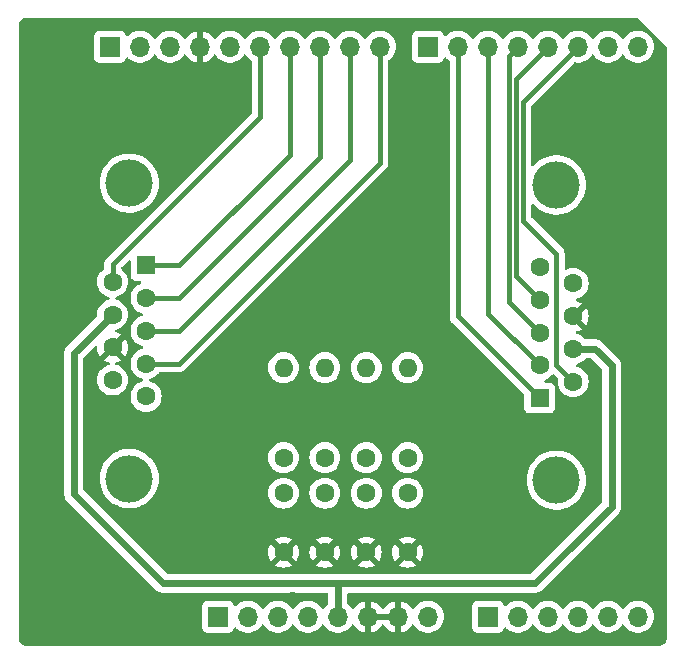
<source format=gbr>
%TF.GenerationSoftware,KiCad,Pcbnew,8.0.7*%
%TF.CreationDate,2025-05-28T21:32:15+01:00*%
%TF.ProjectId,ArduinoAtari,41726475-696e-46f4-9174-6172692e6b69,rev?*%
%TF.SameCoordinates,Original*%
%TF.FileFunction,Copper,L1,Top*%
%TF.FilePolarity,Positive*%
%FSLAX46Y46*%
G04 Gerber Fmt 4.6, Leading zero omitted, Abs format (unit mm)*
G04 Created by KiCad (PCBNEW 8.0.7) date 2025-05-28 21:32:15*
%MOMM*%
%LPD*%
G01*
G04 APERTURE LIST*
%TA.AperFunction,ComponentPad*%
%ADD10C,1.600000*%
%TD*%
%TA.AperFunction,ComponentPad*%
%ADD11O,1.600000X1.600000*%
%TD*%
%TA.AperFunction,ComponentPad*%
%ADD12R,1.700000X1.700000*%
%TD*%
%TA.AperFunction,ComponentPad*%
%ADD13O,1.700000X1.700000*%
%TD*%
%TA.AperFunction,ComponentPad*%
%ADD14C,4.000000*%
%TD*%
%TA.AperFunction,ComponentPad*%
%ADD15R,1.600000X1.600000*%
%TD*%
%TA.AperFunction,ViaPad*%
%ADD16C,0.600000*%
%TD*%
%TA.AperFunction,Conductor*%
%ADD17C,0.600000*%
%TD*%
%TA.AperFunction,Conductor*%
%ADD18C,0.400000*%
%TD*%
G04 APERTURE END LIST*
D10*
%TO.P,R4,1*%
%TO.N,/A2*%
X144000000Y-84000000D03*
D11*
%TO.P,R4,2*%
%TO.N,Net-(J6-Pad9)*%
X144000000Y-76380000D03*
%TD*%
D10*
%TO.P,R3,1*%
%TO.N,/A3*%
X140500000Y-84000000D03*
D11*
%TO.P,R3,2*%
%TO.N,Net-(J6-Pad5)*%
X140500000Y-76380000D03*
%TD*%
D10*
%TO.P,R2,1*%
%TO.N,/A0*%
X137000000Y-84000000D03*
D11*
%TO.P,R2,2*%
%TO.N,Net-(J5-Pad9)*%
X137000000Y-76380000D03*
%TD*%
D10*
%TO.P,R1,1*%
%TO.N,/A1*%
X133500000Y-84000000D03*
D11*
%TO.P,R1,2*%
%TO.N,Net-(J5-Pad5)*%
X133500000Y-76380000D03*
%TD*%
D10*
%TO.P,C4,1*%
%TO.N,/A2*%
X144000000Y-87000000D03*
%TO.P,C4,2*%
%TO.N,GND*%
X144000000Y-92000000D03*
%TD*%
%TO.P,C3,1*%
%TO.N,/A3*%
X140500000Y-87000000D03*
%TO.P,C3,2*%
%TO.N,GND*%
X140500000Y-92000000D03*
%TD*%
%TO.P,C2,1*%
%TO.N,/A1*%
X133500000Y-87000000D03*
%TO.P,C2,2*%
%TO.N,GND*%
X133500000Y-92000000D03*
%TD*%
%TO.P,C1,1*%
%TO.N,/A0*%
X137000000Y-87000000D03*
%TO.P,C1,2*%
%TO.N,GND*%
X137000000Y-92000000D03*
%TD*%
D12*
%TO.P,J1,1,Pin_1*%
%TO.N,unconnected-(J1-Pin_1-Pad1)*%
X127940000Y-97460000D03*
D13*
%TO.P,J1,2,Pin_2*%
%TO.N,/IOREF*%
X130480000Y-97460000D03*
%TO.P,J1,3,Pin_3*%
%TO.N,/~{RESET}*%
X133020000Y-97460000D03*
%TO.P,J1,4,Pin_4*%
%TO.N,+3V3*%
X135560000Y-97460000D03*
%TO.P,J1,5,Pin_5*%
%TO.N,+5V*%
X138100000Y-97460000D03*
%TO.P,J1,6,Pin_6*%
%TO.N,GND*%
X140640000Y-97460000D03*
%TO.P,J1,7,Pin_7*%
X143180000Y-97460000D03*
%TO.P,J1,8,Pin_8*%
%TO.N,VCC*%
X145720000Y-97460000D03*
%TD*%
D12*
%TO.P,J3,1,Pin_1*%
%TO.N,/A0*%
X150800000Y-97460000D03*
D13*
%TO.P,J3,2,Pin_2*%
%TO.N,/A1*%
X153340000Y-97460000D03*
%TO.P,J3,3,Pin_3*%
%TO.N,/A2*%
X155880000Y-97460000D03*
%TO.P,J3,4,Pin_4*%
%TO.N,/A3*%
X158420000Y-97460000D03*
%TO.P,J3,5,Pin_5*%
%TO.N,/SDA{slash}A4*%
X160960000Y-97460000D03*
%TO.P,J3,6,Pin_6*%
%TO.N,/SCL{slash}A5*%
X163500000Y-97460000D03*
%TD*%
D12*
%TO.P,J2,1,Pin_1*%
%TO.N,/SCL{slash}A5*%
X118796000Y-49200000D03*
D13*
%TO.P,J2,2,Pin_2*%
%TO.N,/SDA{slash}A4*%
X121336000Y-49200000D03*
%TO.P,J2,3,Pin_3*%
%TO.N,/AREF*%
X123876000Y-49200000D03*
%TO.P,J2,4,Pin_4*%
%TO.N,GND*%
X126416000Y-49200000D03*
%TO.P,J2,5,Pin_5*%
%TO.N,/13*%
X128956000Y-49200000D03*
%TO.P,J2,6,Pin_6*%
%TO.N,/12*%
X131496000Y-49200000D03*
%TO.P,J2,7,Pin_7*%
%TO.N,/\u002A11*%
X134036000Y-49200000D03*
%TO.P,J2,8,Pin_8*%
%TO.N,/\u002A10*%
X136576000Y-49200000D03*
%TO.P,J2,9,Pin_9*%
%TO.N,/\u002A9*%
X139116000Y-49200000D03*
%TO.P,J2,10,Pin_10*%
%TO.N,/8*%
X141656000Y-49200000D03*
%TD*%
D12*
%TO.P,J4,1,Pin_1*%
%TO.N,/7*%
X145720000Y-49200000D03*
D13*
%TO.P,J4,2,Pin_2*%
%TO.N,/\u002A6*%
X148260000Y-49200000D03*
%TO.P,J4,3,Pin_3*%
%TO.N,/\u002A5*%
X150800000Y-49200000D03*
%TO.P,J4,4,Pin_4*%
%TO.N,/4*%
X153340000Y-49200000D03*
%TO.P,J4,5,Pin_5*%
%TO.N,/\u002A3*%
X155880000Y-49200000D03*
%TO.P,J4,6,Pin_6*%
%TO.N,/2*%
X158420000Y-49200000D03*
%TO.P,J4,7,Pin_7*%
%TO.N,/TX{slash}1*%
X160960000Y-49200000D03*
%TO.P,J4,8,Pin_8*%
%TO.N,/RX{slash}0*%
X163500000Y-49200000D03*
%TD*%
D14*
%TO.P,J5,0*%
%TO.N,N/C*%
X120440000Y-60760000D03*
X120440000Y-85760000D03*
D15*
%TO.P,J5,1,1*%
%TO.N,/\u002A11*%
X121860000Y-67720000D03*
D10*
%TO.P,J5,2,2*%
%TO.N,/\u002A10*%
X121860000Y-70490000D03*
%TO.P,J5,3,3*%
%TO.N,/\u002A9*%
X121860000Y-73260000D03*
%TO.P,J5,4,4*%
%TO.N,/8*%
X121860000Y-76030000D03*
%TO.P,J5,5,5*%
%TO.N,Net-(J5-Pad5)*%
X121860000Y-78800000D03*
%TO.P,J5,6,6*%
%TO.N,/12*%
X119020000Y-69105000D03*
%TO.P,J5,7,7*%
%TO.N,+5V*%
X119020000Y-71875000D03*
%TO.P,J5,8,8*%
%TO.N,GND*%
X119020000Y-74645000D03*
%TO.P,J5,9,9*%
%TO.N,Net-(J5-Pad9)*%
X119020000Y-77415000D03*
%TD*%
D14*
%TO.P,J6,0*%
%TO.N,N/C*%
X156600000Y-85900000D03*
X156600000Y-60900000D03*
D15*
%TO.P,J6,1,1*%
%TO.N,/\u002A6*%
X155180000Y-78940000D03*
D10*
%TO.P,J6,2,2*%
%TO.N,/\u002A5*%
X155180000Y-76170000D03*
%TO.P,J6,3,3*%
%TO.N,/4*%
X155180000Y-73400000D03*
%TO.P,J6,4,4*%
%TO.N,/\u002A3*%
X155180000Y-70630000D03*
%TO.P,J6,5,5*%
%TO.N,Net-(J6-Pad5)*%
X155180000Y-67860000D03*
%TO.P,J6,6,6*%
%TO.N,/2*%
X158020000Y-77555000D03*
%TO.P,J6,7,7*%
%TO.N,+5V*%
X158020000Y-74785000D03*
%TO.P,J6,8,8*%
%TO.N,GND*%
X158020000Y-72015000D03*
%TO.P,J6,9,9*%
%TO.N,Net-(J6-Pad9)*%
X158020000Y-69245000D03*
%TD*%
D16*
%TO.N,GND*%
X148250000Y-83850000D03*
X155125000Y-90275000D03*
X134325000Y-95650000D03*
X129475000Y-95675000D03*
X159220000Y-64740000D03*
X158375000Y-94375000D03*
X120950000Y-94550000D03*
X144620000Y-65010000D03*
X145020000Y-53760000D03*
X164160000Y-83830000D03*
X159310000Y-83720000D03*
X135050000Y-72860000D03*
X159650000Y-52200000D03*
X163520000Y-93810000D03*
X124320000Y-59240000D03*
X163980000Y-52200000D03*
%TD*%
D17*
%TO.N,+5V*%
X154775000Y-94625000D02*
X157525000Y-91875000D01*
X138100000Y-94625000D02*
X154775000Y-94625000D01*
X161270000Y-88130000D02*
X157525000Y-91875000D01*
X120315000Y-91635000D02*
X123305000Y-94625000D01*
X138100000Y-97460000D02*
X138100000Y-94625000D01*
X120315000Y-91635000D02*
X115750000Y-87070000D01*
X123305000Y-94625000D02*
X138100000Y-94625000D01*
X159885000Y-74785000D02*
X158020000Y-74785000D01*
X161270000Y-77140000D02*
X161270000Y-76170000D01*
X115750000Y-87070000D02*
X115750000Y-75145000D01*
X115750000Y-75145000D02*
X119020000Y-71875000D01*
X161270000Y-76170000D02*
X159885000Y-74785000D01*
X161270000Y-77140000D02*
X161270000Y-88130000D01*
D18*
%TO.N,/12*%
X131496000Y-49200000D02*
X131496000Y-55144000D01*
X131496000Y-55144000D02*
X119020000Y-67620000D01*
X119020000Y-67620000D02*
X119020000Y-69105000D01*
%TO.N,/8*%
X121860000Y-76030000D02*
X124660000Y-76030000D01*
X141656000Y-49200000D02*
X141656000Y-59034000D01*
X124660000Y-76030000D02*
X141656000Y-59034000D01*
%TO.N,/\u002A11*%
X134036000Y-58344000D02*
X134036000Y-49200000D01*
X121860000Y-67720000D02*
X124660000Y-67720000D01*
X124660000Y-67720000D02*
X134036000Y-58344000D01*
%TO.N,/\u002A10*%
X136576000Y-49200000D02*
X136576000Y-58574000D01*
X124660000Y-70490000D02*
X136576000Y-58574000D01*
X121860000Y-70490000D02*
X124660000Y-70490000D01*
%TO.N,/\u002A9*%
X139116000Y-49200000D02*
X139116000Y-58804000D01*
X121860000Y-73260000D02*
X124660000Y-73260000D01*
X124660000Y-73260000D02*
X139116000Y-58804000D01*
%TO.N,/4*%
X152570000Y-70790000D02*
X155180000Y-73400000D01*
X153340000Y-49200000D02*
X152570000Y-49970000D01*
X152570000Y-49970000D02*
X152570000Y-70790000D01*
%TO.N,/2*%
X153770000Y-63920000D02*
X156585000Y-66735000D01*
X156585000Y-76120000D02*
X158020000Y-77555000D01*
X153770000Y-53850000D02*
X153770000Y-63920000D01*
X158420000Y-49200000D02*
X153770000Y-53850000D01*
X156585000Y-66735000D02*
X156585000Y-76120000D01*
%TO.N,/\u002A6*%
X148260000Y-72020000D02*
X155180000Y-78940000D01*
X148260000Y-49200000D02*
X148260000Y-72020000D01*
%TO.N,/\u002A5*%
X150800000Y-49200000D02*
X150800000Y-71790000D01*
X150800000Y-71790000D02*
X155180000Y-76170000D01*
%TO.N,/\u002A3*%
X155880000Y-49200000D02*
X153170000Y-51910000D01*
X153170000Y-68620000D02*
X155180000Y-70630000D01*
X153170000Y-51910000D02*
X153170000Y-68620000D01*
%TD*%
%TA.AperFunction,Conductor*%
%TO.N,GND*%
G36*
X142714075Y-97267007D02*
G01*
X142680000Y-97394174D01*
X142680000Y-97525826D01*
X142714075Y-97652993D01*
X142746988Y-97710000D01*
X141073012Y-97710000D01*
X141105925Y-97652993D01*
X141140000Y-97525826D01*
X141140000Y-97394174D01*
X141105925Y-97267007D01*
X141073012Y-97210000D01*
X142746988Y-97210000D01*
X142714075Y-97267007D01*
G37*
%TD.AperFunction*%
%TA.AperFunction,Conductor*%
G36*
X163484404Y-46755185D02*
G01*
X163505046Y-46771819D01*
X165928181Y-49194954D01*
X165961666Y-49256277D01*
X165964500Y-49282635D01*
X165964500Y-99231907D01*
X165963903Y-99244062D01*
X165952505Y-99359778D01*
X165947763Y-99383618D01*
X165917832Y-99482290D01*
X165915789Y-99489024D01*
X165906486Y-99511482D01*
X165854561Y-99608627D01*
X165841056Y-99628839D01*
X165771176Y-99713988D01*
X165753988Y-99731176D01*
X165668839Y-99801056D01*
X165648627Y-99814561D01*
X165551482Y-99866486D01*
X165529028Y-99875787D01*
X165487028Y-99888528D01*
X165423618Y-99907763D01*
X165399778Y-99912505D01*
X165291162Y-99923203D01*
X165284060Y-99923903D01*
X165271907Y-99924500D01*
X111768093Y-99924500D01*
X111755939Y-99923903D01*
X111747995Y-99923120D01*
X111640221Y-99912505D01*
X111616381Y-99907763D01*
X111599445Y-99902625D01*
X111510968Y-99875786D01*
X111488517Y-99866486D01*
X111391372Y-99814561D01*
X111371160Y-99801056D01*
X111286011Y-99731176D01*
X111268823Y-99713988D01*
X111198943Y-99628839D01*
X111185438Y-99608627D01*
X111133510Y-99511476D01*
X111124215Y-99489037D01*
X111092234Y-99383612D01*
X111087494Y-99359777D01*
X111076097Y-99244061D01*
X111075500Y-99231907D01*
X111075500Y-75065365D01*
X114941500Y-75065365D01*
X114941500Y-87149634D01*
X114972568Y-87305823D01*
X114972570Y-87305831D01*
X114990309Y-87348656D01*
X115033517Y-87452971D01*
X115121996Y-87585388D01*
X115121999Y-87585392D01*
X119686997Y-92150389D01*
X122789607Y-95253000D01*
X122789611Y-95253003D01*
X122922025Y-95341480D01*
X122922038Y-95341487D01*
X123026072Y-95384579D01*
X123026073Y-95384579D01*
X123069169Y-95402430D01*
X123095076Y-95407582D01*
X123095084Y-95407586D01*
X123095085Y-95407584D01*
X123225368Y-95433501D01*
X123225370Y-95433501D01*
X123390744Y-95433501D01*
X123390764Y-95433500D01*
X137167500Y-95433500D01*
X137234539Y-95453185D01*
X137280294Y-95505989D01*
X137291500Y-95557500D01*
X137291500Y-96307167D01*
X137271815Y-96374206D01*
X137243664Y-96405019D01*
X137176763Y-96457091D01*
X137176756Y-96457097D01*
X137024284Y-96622723D01*
X137024276Y-96622734D01*
X136933808Y-96761206D01*
X136880662Y-96806562D01*
X136811431Y-96815986D01*
X136748095Y-96786484D01*
X136726192Y-96761206D01*
X136635723Y-96622734D01*
X136635715Y-96622723D01*
X136483243Y-96457097D01*
X136483238Y-96457092D01*
X136305577Y-96318812D01*
X136305572Y-96318808D01*
X136107580Y-96211661D01*
X136107577Y-96211659D01*
X136107574Y-96211658D01*
X136107571Y-96211657D01*
X136107569Y-96211656D01*
X135894637Y-96138556D01*
X135672569Y-96101500D01*
X135447431Y-96101500D01*
X135225362Y-96138556D01*
X135012430Y-96211656D01*
X135012419Y-96211661D01*
X134814427Y-96318808D01*
X134814422Y-96318812D01*
X134636761Y-96457092D01*
X134636756Y-96457097D01*
X134484284Y-96622723D01*
X134484276Y-96622734D01*
X134393808Y-96761206D01*
X134340662Y-96806562D01*
X134271431Y-96815986D01*
X134208095Y-96786484D01*
X134186192Y-96761206D01*
X134095723Y-96622734D01*
X134095715Y-96622723D01*
X133943243Y-96457097D01*
X133943238Y-96457092D01*
X133765577Y-96318812D01*
X133765572Y-96318808D01*
X133567580Y-96211661D01*
X133567577Y-96211659D01*
X133567574Y-96211658D01*
X133567571Y-96211657D01*
X133567569Y-96211656D01*
X133354637Y-96138556D01*
X133132569Y-96101500D01*
X132907431Y-96101500D01*
X132685362Y-96138556D01*
X132472430Y-96211656D01*
X132472419Y-96211661D01*
X132274427Y-96318808D01*
X132274422Y-96318812D01*
X132096761Y-96457092D01*
X132096756Y-96457097D01*
X131944284Y-96622723D01*
X131944276Y-96622734D01*
X131853808Y-96761206D01*
X131800662Y-96806562D01*
X131731431Y-96815986D01*
X131668095Y-96786484D01*
X131646192Y-96761206D01*
X131555723Y-96622734D01*
X131555715Y-96622723D01*
X131403243Y-96457097D01*
X131403238Y-96457092D01*
X131225577Y-96318812D01*
X131225572Y-96318808D01*
X131027580Y-96211661D01*
X131027577Y-96211659D01*
X131027574Y-96211658D01*
X131027571Y-96211657D01*
X131027569Y-96211656D01*
X130814637Y-96138556D01*
X130592569Y-96101500D01*
X130367431Y-96101500D01*
X130145362Y-96138556D01*
X129932430Y-96211656D01*
X129932419Y-96211661D01*
X129734427Y-96318808D01*
X129734422Y-96318812D01*
X129556761Y-96457092D01*
X129493548Y-96525760D01*
X129433661Y-96561750D01*
X129363823Y-96559649D01*
X129306207Y-96520124D01*
X129286138Y-96485110D01*
X129240889Y-96363796D01*
X129240888Y-96363795D01*
X129153261Y-96246739D01*
X129036204Y-96159111D01*
X128899203Y-96108011D01*
X128838654Y-96101500D01*
X128838638Y-96101500D01*
X127041362Y-96101500D01*
X127041345Y-96101500D01*
X126980797Y-96108011D01*
X126980795Y-96108011D01*
X126843795Y-96159111D01*
X126726739Y-96246739D01*
X126639111Y-96363795D01*
X126588011Y-96500795D01*
X126588011Y-96500797D01*
X126581500Y-96561345D01*
X126581500Y-98358654D01*
X126588011Y-98419202D01*
X126588011Y-98419204D01*
X126639111Y-98556204D01*
X126726739Y-98673261D01*
X126843796Y-98760889D01*
X126980799Y-98811989D01*
X127008050Y-98814918D01*
X127041345Y-98818499D01*
X127041362Y-98818500D01*
X128838638Y-98818500D01*
X128838654Y-98818499D01*
X128865692Y-98815591D01*
X128899201Y-98811989D01*
X129036204Y-98760889D01*
X129153261Y-98673261D01*
X129240889Y-98556204D01*
X129286138Y-98434887D01*
X129328009Y-98378956D01*
X129393474Y-98354539D01*
X129461746Y-98369391D01*
X129493545Y-98394236D01*
X129556760Y-98462906D01*
X129734424Y-98601189D01*
X129734425Y-98601189D01*
X129734427Y-98601191D01*
X129794314Y-98633600D01*
X129932426Y-98708342D01*
X130145365Y-98781444D01*
X130367431Y-98818500D01*
X130592569Y-98818500D01*
X130814635Y-98781444D01*
X131027574Y-98708342D01*
X131225576Y-98601189D01*
X131403240Y-98462906D01*
X131524594Y-98331082D01*
X131555715Y-98297276D01*
X131555715Y-98297275D01*
X131555722Y-98297268D01*
X131646193Y-98158790D01*
X131699338Y-98113437D01*
X131768569Y-98104013D01*
X131831905Y-98133515D01*
X131853804Y-98158787D01*
X131944278Y-98297268D01*
X131944283Y-98297273D01*
X131944284Y-98297276D01*
X132070968Y-98434889D01*
X132096760Y-98462906D01*
X132274424Y-98601189D01*
X132274425Y-98601189D01*
X132274427Y-98601191D01*
X132334314Y-98633600D01*
X132472426Y-98708342D01*
X132685365Y-98781444D01*
X132907431Y-98818500D01*
X133132569Y-98818500D01*
X133354635Y-98781444D01*
X133567574Y-98708342D01*
X133765576Y-98601189D01*
X133943240Y-98462906D01*
X134064594Y-98331082D01*
X134095715Y-98297276D01*
X134095715Y-98297275D01*
X134095722Y-98297268D01*
X134186193Y-98158790D01*
X134239338Y-98113437D01*
X134308569Y-98104013D01*
X134371905Y-98133515D01*
X134393804Y-98158787D01*
X134484278Y-98297268D01*
X134484283Y-98297273D01*
X134484284Y-98297276D01*
X134610968Y-98434889D01*
X134636760Y-98462906D01*
X134814424Y-98601189D01*
X134814425Y-98601189D01*
X134814427Y-98601191D01*
X134874314Y-98633600D01*
X135012426Y-98708342D01*
X135225365Y-98781444D01*
X135447431Y-98818500D01*
X135672569Y-98818500D01*
X135894635Y-98781444D01*
X136107574Y-98708342D01*
X136305576Y-98601189D01*
X136483240Y-98462906D01*
X136604594Y-98331082D01*
X136635715Y-98297276D01*
X136635715Y-98297275D01*
X136635722Y-98297268D01*
X136726193Y-98158790D01*
X136779338Y-98113437D01*
X136848569Y-98104013D01*
X136911905Y-98133515D01*
X136933804Y-98158787D01*
X137024278Y-98297268D01*
X137024283Y-98297273D01*
X137024284Y-98297276D01*
X137150968Y-98434889D01*
X137176760Y-98462906D01*
X137354424Y-98601189D01*
X137354425Y-98601189D01*
X137354427Y-98601191D01*
X137414314Y-98633600D01*
X137552426Y-98708342D01*
X137765365Y-98781444D01*
X137987431Y-98818500D01*
X138212569Y-98818500D01*
X138434635Y-98781444D01*
X138647574Y-98708342D01*
X138845576Y-98601189D01*
X139023240Y-98462906D01*
X139144594Y-98331082D01*
X139175715Y-98297276D01*
X139175715Y-98297275D01*
X139175722Y-98297268D01*
X139269749Y-98153347D01*
X139322894Y-98107994D01*
X139392125Y-98098570D01*
X139455461Y-98128072D01*
X139475130Y-98150048D01*
X139601890Y-98331078D01*
X139768917Y-98498105D01*
X139962421Y-98633600D01*
X140176507Y-98733429D01*
X140176516Y-98733433D01*
X140390000Y-98790634D01*
X140390000Y-97893012D01*
X140447007Y-97925925D01*
X140574174Y-97960000D01*
X140705826Y-97960000D01*
X140832993Y-97925925D01*
X140890000Y-97893012D01*
X140890000Y-98790633D01*
X141103483Y-98733433D01*
X141103492Y-98733429D01*
X141317578Y-98633600D01*
X141511082Y-98498105D01*
X141678105Y-98331082D01*
X141808425Y-98144968D01*
X141863002Y-98101344D01*
X141932501Y-98094151D01*
X141994855Y-98125673D01*
X142011575Y-98144968D01*
X142141894Y-98331082D01*
X142308917Y-98498105D01*
X142502421Y-98633600D01*
X142716507Y-98733429D01*
X142716516Y-98733433D01*
X142930000Y-98790634D01*
X142930000Y-97893012D01*
X142987007Y-97925925D01*
X143114174Y-97960000D01*
X143245826Y-97960000D01*
X143372993Y-97925925D01*
X143430000Y-97893012D01*
X143430000Y-98790633D01*
X143643483Y-98733433D01*
X143643492Y-98733429D01*
X143857578Y-98633600D01*
X144051082Y-98498105D01*
X144218105Y-98331082D01*
X144344868Y-98150048D01*
X144399445Y-98106423D01*
X144468944Y-98099231D01*
X144531298Y-98130753D01*
X144550251Y-98153350D01*
X144644276Y-98297265D01*
X144644284Y-98297276D01*
X144770968Y-98434889D01*
X144796760Y-98462906D01*
X144974424Y-98601189D01*
X144974425Y-98601189D01*
X144974427Y-98601191D01*
X145034314Y-98633600D01*
X145172426Y-98708342D01*
X145385365Y-98781444D01*
X145607431Y-98818500D01*
X145832569Y-98818500D01*
X146054635Y-98781444D01*
X146267574Y-98708342D01*
X146465576Y-98601189D01*
X146643240Y-98462906D01*
X146764594Y-98331082D01*
X146795715Y-98297276D01*
X146795717Y-98297273D01*
X146795722Y-98297268D01*
X146918860Y-98108791D01*
X147009296Y-97902616D01*
X147064564Y-97684368D01*
X147067164Y-97652993D01*
X147083156Y-97460005D01*
X147083156Y-97459994D01*
X147064565Y-97235640D01*
X147064563Y-97235628D01*
X147009296Y-97017385D01*
X146999071Y-96994075D01*
X146918860Y-96811209D01*
X146902706Y-96786484D01*
X146795723Y-96622734D01*
X146795715Y-96622723D01*
X146739212Y-96561345D01*
X149441500Y-96561345D01*
X149441500Y-98358654D01*
X149448011Y-98419202D01*
X149448011Y-98419204D01*
X149499111Y-98556204D01*
X149586739Y-98673261D01*
X149703796Y-98760889D01*
X149840799Y-98811989D01*
X149868050Y-98814918D01*
X149901345Y-98818499D01*
X149901362Y-98818500D01*
X151698638Y-98818500D01*
X151698654Y-98818499D01*
X151725692Y-98815591D01*
X151759201Y-98811989D01*
X151896204Y-98760889D01*
X152013261Y-98673261D01*
X152100889Y-98556204D01*
X152146138Y-98434887D01*
X152188009Y-98378956D01*
X152253474Y-98354539D01*
X152321746Y-98369391D01*
X152353545Y-98394236D01*
X152416760Y-98462906D01*
X152594424Y-98601189D01*
X152594425Y-98601189D01*
X152594427Y-98601191D01*
X152654314Y-98633600D01*
X152792426Y-98708342D01*
X153005365Y-98781444D01*
X153227431Y-98818500D01*
X153452569Y-98818500D01*
X153674635Y-98781444D01*
X153887574Y-98708342D01*
X154085576Y-98601189D01*
X154263240Y-98462906D01*
X154384594Y-98331082D01*
X154415715Y-98297276D01*
X154415715Y-98297275D01*
X154415722Y-98297268D01*
X154506193Y-98158790D01*
X154559338Y-98113437D01*
X154628569Y-98104013D01*
X154691905Y-98133515D01*
X154713804Y-98158787D01*
X154804278Y-98297268D01*
X154804283Y-98297273D01*
X154804284Y-98297276D01*
X154930968Y-98434889D01*
X154956760Y-98462906D01*
X155134424Y-98601189D01*
X155134425Y-98601189D01*
X155134427Y-98601191D01*
X155194314Y-98633600D01*
X155332426Y-98708342D01*
X155545365Y-98781444D01*
X155767431Y-98818500D01*
X155992569Y-98818500D01*
X156214635Y-98781444D01*
X156427574Y-98708342D01*
X156625576Y-98601189D01*
X156803240Y-98462906D01*
X156924594Y-98331082D01*
X156955715Y-98297276D01*
X156955715Y-98297275D01*
X156955722Y-98297268D01*
X157046193Y-98158790D01*
X157099338Y-98113437D01*
X157168569Y-98104013D01*
X157231905Y-98133515D01*
X157253804Y-98158787D01*
X157344278Y-98297268D01*
X157344283Y-98297273D01*
X157344284Y-98297276D01*
X157470968Y-98434889D01*
X157496760Y-98462906D01*
X157674424Y-98601189D01*
X157674425Y-98601189D01*
X157674427Y-98601191D01*
X157734314Y-98633600D01*
X157872426Y-98708342D01*
X158085365Y-98781444D01*
X158307431Y-98818500D01*
X158532569Y-98818500D01*
X158754635Y-98781444D01*
X158967574Y-98708342D01*
X159165576Y-98601189D01*
X159343240Y-98462906D01*
X159464594Y-98331082D01*
X159495715Y-98297276D01*
X159495715Y-98297275D01*
X159495722Y-98297268D01*
X159586193Y-98158790D01*
X159639338Y-98113437D01*
X159708569Y-98104013D01*
X159771905Y-98133515D01*
X159793804Y-98158787D01*
X159884278Y-98297268D01*
X159884283Y-98297273D01*
X159884284Y-98297276D01*
X160010968Y-98434889D01*
X160036760Y-98462906D01*
X160214424Y-98601189D01*
X160214425Y-98601189D01*
X160214427Y-98601191D01*
X160274314Y-98633600D01*
X160412426Y-98708342D01*
X160625365Y-98781444D01*
X160847431Y-98818500D01*
X161072569Y-98818500D01*
X161294635Y-98781444D01*
X161507574Y-98708342D01*
X161705576Y-98601189D01*
X161883240Y-98462906D01*
X162004594Y-98331082D01*
X162035715Y-98297276D01*
X162035715Y-98297275D01*
X162035722Y-98297268D01*
X162126193Y-98158790D01*
X162179338Y-98113437D01*
X162248569Y-98104013D01*
X162311905Y-98133515D01*
X162333804Y-98158787D01*
X162424278Y-98297268D01*
X162424283Y-98297273D01*
X162424284Y-98297276D01*
X162550968Y-98434889D01*
X162576760Y-98462906D01*
X162754424Y-98601189D01*
X162754425Y-98601189D01*
X162754427Y-98601191D01*
X162814314Y-98633600D01*
X162952426Y-98708342D01*
X163165365Y-98781444D01*
X163387431Y-98818500D01*
X163612569Y-98818500D01*
X163834635Y-98781444D01*
X164047574Y-98708342D01*
X164245576Y-98601189D01*
X164423240Y-98462906D01*
X164544594Y-98331082D01*
X164575715Y-98297276D01*
X164575717Y-98297273D01*
X164575722Y-98297268D01*
X164698860Y-98108791D01*
X164789296Y-97902616D01*
X164844564Y-97684368D01*
X164847164Y-97652993D01*
X164863156Y-97460005D01*
X164863156Y-97459994D01*
X164844565Y-97235640D01*
X164844563Y-97235628D01*
X164789296Y-97017385D01*
X164779071Y-96994075D01*
X164698860Y-96811209D01*
X164682706Y-96786484D01*
X164575723Y-96622734D01*
X164575715Y-96622723D01*
X164423243Y-96457097D01*
X164423238Y-96457092D01*
X164245577Y-96318812D01*
X164245572Y-96318808D01*
X164047580Y-96211661D01*
X164047577Y-96211659D01*
X164047574Y-96211658D01*
X164047571Y-96211657D01*
X164047569Y-96211656D01*
X163834637Y-96138556D01*
X163612569Y-96101500D01*
X163387431Y-96101500D01*
X163165362Y-96138556D01*
X162952430Y-96211656D01*
X162952419Y-96211661D01*
X162754427Y-96318808D01*
X162754422Y-96318812D01*
X162576761Y-96457092D01*
X162576756Y-96457097D01*
X162424284Y-96622723D01*
X162424276Y-96622734D01*
X162333808Y-96761206D01*
X162280662Y-96806562D01*
X162211431Y-96815986D01*
X162148095Y-96786484D01*
X162126192Y-96761206D01*
X162035723Y-96622734D01*
X162035715Y-96622723D01*
X161883243Y-96457097D01*
X161883238Y-96457092D01*
X161705577Y-96318812D01*
X161705572Y-96318808D01*
X161507580Y-96211661D01*
X161507577Y-96211659D01*
X161507574Y-96211658D01*
X161507571Y-96211657D01*
X161507569Y-96211656D01*
X161294637Y-96138556D01*
X161072569Y-96101500D01*
X160847431Y-96101500D01*
X160625362Y-96138556D01*
X160412430Y-96211656D01*
X160412419Y-96211661D01*
X160214427Y-96318808D01*
X160214422Y-96318812D01*
X160036761Y-96457092D01*
X160036756Y-96457097D01*
X159884284Y-96622723D01*
X159884276Y-96622734D01*
X159793808Y-96761206D01*
X159740662Y-96806562D01*
X159671431Y-96815986D01*
X159608095Y-96786484D01*
X159586192Y-96761206D01*
X159495723Y-96622734D01*
X159495715Y-96622723D01*
X159343243Y-96457097D01*
X159343238Y-96457092D01*
X159165577Y-96318812D01*
X159165572Y-96318808D01*
X158967580Y-96211661D01*
X158967577Y-96211659D01*
X158967574Y-96211658D01*
X158967571Y-96211657D01*
X158967569Y-96211656D01*
X158754637Y-96138556D01*
X158532569Y-96101500D01*
X158307431Y-96101500D01*
X158085362Y-96138556D01*
X157872430Y-96211656D01*
X157872419Y-96211661D01*
X157674427Y-96318808D01*
X157674422Y-96318812D01*
X157496761Y-96457092D01*
X157496756Y-96457097D01*
X157344284Y-96622723D01*
X157344276Y-96622734D01*
X157253808Y-96761206D01*
X157200662Y-96806562D01*
X157131431Y-96815986D01*
X157068095Y-96786484D01*
X157046192Y-96761206D01*
X156955723Y-96622734D01*
X156955715Y-96622723D01*
X156803243Y-96457097D01*
X156803238Y-96457092D01*
X156625577Y-96318812D01*
X156625572Y-96318808D01*
X156427580Y-96211661D01*
X156427577Y-96211659D01*
X156427574Y-96211658D01*
X156427571Y-96211657D01*
X156427569Y-96211656D01*
X156214637Y-96138556D01*
X155992569Y-96101500D01*
X155767431Y-96101500D01*
X155545362Y-96138556D01*
X155332430Y-96211656D01*
X155332419Y-96211661D01*
X155134427Y-96318808D01*
X155134422Y-96318812D01*
X154956761Y-96457092D01*
X154956756Y-96457097D01*
X154804284Y-96622723D01*
X154804276Y-96622734D01*
X154713808Y-96761206D01*
X154660662Y-96806562D01*
X154591431Y-96815986D01*
X154528095Y-96786484D01*
X154506192Y-96761206D01*
X154415723Y-96622734D01*
X154415715Y-96622723D01*
X154263243Y-96457097D01*
X154263238Y-96457092D01*
X154085577Y-96318812D01*
X154085572Y-96318808D01*
X153887580Y-96211661D01*
X153887577Y-96211659D01*
X153887574Y-96211658D01*
X153887571Y-96211657D01*
X153887569Y-96211656D01*
X153674637Y-96138556D01*
X153452569Y-96101500D01*
X153227431Y-96101500D01*
X153005362Y-96138556D01*
X152792430Y-96211656D01*
X152792419Y-96211661D01*
X152594427Y-96318808D01*
X152594422Y-96318812D01*
X152416761Y-96457092D01*
X152353548Y-96525760D01*
X152293661Y-96561750D01*
X152223823Y-96559649D01*
X152166207Y-96520124D01*
X152146138Y-96485110D01*
X152100889Y-96363796D01*
X152100888Y-96363795D01*
X152013261Y-96246739D01*
X151896204Y-96159111D01*
X151759203Y-96108011D01*
X151698654Y-96101500D01*
X151698638Y-96101500D01*
X149901362Y-96101500D01*
X149901345Y-96101500D01*
X149840797Y-96108011D01*
X149840795Y-96108011D01*
X149703795Y-96159111D01*
X149586739Y-96246739D01*
X149499111Y-96363795D01*
X149448011Y-96500795D01*
X149448011Y-96500797D01*
X149441500Y-96561345D01*
X146739212Y-96561345D01*
X146643243Y-96457097D01*
X146643238Y-96457092D01*
X146465577Y-96318812D01*
X146465572Y-96318808D01*
X146267580Y-96211661D01*
X146267577Y-96211659D01*
X146267574Y-96211658D01*
X146267571Y-96211657D01*
X146267569Y-96211656D01*
X146054637Y-96138556D01*
X145832569Y-96101500D01*
X145607431Y-96101500D01*
X145385362Y-96138556D01*
X145172430Y-96211656D01*
X145172419Y-96211661D01*
X144974427Y-96318808D01*
X144974422Y-96318812D01*
X144796761Y-96457092D01*
X144796756Y-96457097D01*
X144644284Y-96622723D01*
X144644276Y-96622734D01*
X144550251Y-96766650D01*
X144497105Y-96812007D01*
X144427873Y-96821430D01*
X144364538Y-96791928D01*
X144344868Y-96769951D01*
X144218113Y-96588926D01*
X144218108Y-96588920D01*
X144051082Y-96421894D01*
X143857578Y-96286399D01*
X143643492Y-96186570D01*
X143643486Y-96186567D01*
X143430000Y-96129364D01*
X143430000Y-97026988D01*
X143372993Y-96994075D01*
X143245826Y-96960000D01*
X143114174Y-96960000D01*
X142987007Y-96994075D01*
X142930000Y-97026988D01*
X142930000Y-96129364D01*
X142929999Y-96129364D01*
X142716513Y-96186567D01*
X142716507Y-96186570D01*
X142502422Y-96286399D01*
X142502420Y-96286400D01*
X142308926Y-96421886D01*
X142308920Y-96421891D01*
X142141891Y-96588920D01*
X142141890Y-96588922D01*
X142011575Y-96775031D01*
X141956998Y-96818655D01*
X141887499Y-96825848D01*
X141825145Y-96794326D01*
X141808425Y-96775031D01*
X141678109Y-96588922D01*
X141678108Y-96588920D01*
X141511082Y-96421894D01*
X141317578Y-96286399D01*
X141103492Y-96186570D01*
X141103486Y-96186567D01*
X140890000Y-96129364D01*
X140890000Y-97026988D01*
X140832993Y-96994075D01*
X140705826Y-96960000D01*
X140574174Y-96960000D01*
X140447007Y-96994075D01*
X140390000Y-97026988D01*
X140390000Y-96129364D01*
X140389999Y-96129364D01*
X140176513Y-96186567D01*
X140176507Y-96186570D01*
X139962422Y-96286399D01*
X139962420Y-96286400D01*
X139768926Y-96421886D01*
X139768920Y-96421891D01*
X139601891Y-96588920D01*
X139601890Y-96588922D01*
X139475131Y-96769952D01*
X139420554Y-96813577D01*
X139351055Y-96820769D01*
X139288701Y-96789247D01*
X139269752Y-96766656D01*
X139175722Y-96622732D01*
X139175715Y-96622725D01*
X139175715Y-96622723D01*
X139023243Y-96457097D01*
X139023241Y-96457096D01*
X139023240Y-96457094D01*
X138978012Y-96421891D01*
X138956336Y-96405019D01*
X138915524Y-96348309D01*
X138908500Y-96307167D01*
X138908500Y-95557500D01*
X138928185Y-95490461D01*
X138980989Y-95444706D01*
X139032500Y-95433500D01*
X154854631Y-95433500D01*
X154854632Y-95433499D01*
X155010831Y-95402430D01*
X155084399Y-95371956D01*
X155157968Y-95341484D01*
X155290389Y-95253003D01*
X158153003Y-92390389D01*
X161898003Y-88645389D01*
X161986484Y-88512968D01*
X162016956Y-88439399D01*
X162047430Y-88365831D01*
X162078500Y-88209630D01*
X162078500Y-77060370D01*
X162078500Y-76090370D01*
X162047430Y-75934169D01*
X162029578Y-75891073D01*
X162016956Y-75860599D01*
X162016956Y-75860598D01*
X161986487Y-75787039D01*
X161986486Y-75787038D01*
X161986484Y-75787032D01*
X161944384Y-75724025D01*
X161898003Y-75654610D01*
X160400392Y-74156999D01*
X160400388Y-74156996D01*
X160267974Y-74068519D01*
X160267970Y-74068517D01*
X160267968Y-74068516D01*
X160194399Y-74038043D01*
X160194397Y-74038042D01*
X160194396Y-74038041D01*
X160120831Y-74007570D01*
X160120823Y-74007568D01*
X159964634Y-73976500D01*
X159964630Y-73976500D01*
X159113360Y-73976500D01*
X159046321Y-73956815D01*
X159025679Y-73940181D01*
X158864304Y-73778806D01*
X158864300Y-73778802D01*
X158676749Y-73647477D01*
X158635167Y-73628087D01*
X158469249Y-73550718D01*
X158469237Y-73550714D01*
X158337350Y-73515375D01*
X158277690Y-73479010D01*
X158247161Y-73416163D01*
X158255456Y-73346787D01*
X158299941Y-73292909D01*
X158337351Y-73275825D01*
X158466317Y-73241269D01*
X158466331Y-73241264D01*
X158672478Y-73145136D01*
X158745471Y-73094024D01*
X158149409Y-72497962D01*
X158212993Y-72480925D01*
X158327007Y-72415099D01*
X158420099Y-72322007D01*
X158485925Y-72207993D01*
X158502962Y-72144409D01*
X159099024Y-72740471D01*
X159150136Y-72667478D01*
X159246264Y-72461331D01*
X159246269Y-72461317D01*
X159305139Y-72241610D01*
X159305141Y-72241599D01*
X159324966Y-72015002D01*
X159324966Y-72014997D01*
X159305141Y-71788400D01*
X159305139Y-71788389D01*
X159246269Y-71568682D01*
X159246264Y-71568668D01*
X159150136Y-71362521D01*
X159150132Y-71362513D01*
X159099025Y-71289526D01*
X158502962Y-71885589D01*
X158485925Y-71822007D01*
X158420099Y-71707993D01*
X158327007Y-71614901D01*
X158212993Y-71549075D01*
X158149408Y-71532037D01*
X158745472Y-70935974D01*
X158672478Y-70884863D01*
X158466331Y-70788735D01*
X158466320Y-70788731D01*
X158337350Y-70754174D01*
X158277690Y-70717809D01*
X158247161Y-70654962D01*
X158255456Y-70585586D01*
X158299941Y-70531708D01*
X158337347Y-70514625D01*
X158469243Y-70479284D01*
X158676749Y-70382523D01*
X158864300Y-70251198D01*
X159026198Y-70089300D01*
X159157523Y-69901749D01*
X159254284Y-69694243D01*
X159313543Y-69473087D01*
X159331759Y-69264882D01*
X159333498Y-69245001D01*
X159333498Y-69244998D01*
X159326949Y-69170147D01*
X159313543Y-69016913D01*
X159254284Y-68795757D01*
X159157523Y-68588251D01*
X159026198Y-68400700D01*
X158864300Y-68238802D01*
X158676749Y-68107477D01*
X158658152Y-68098805D01*
X158469249Y-68010718D01*
X158469238Y-68010714D01*
X158248089Y-67951457D01*
X158248081Y-67951456D01*
X158020002Y-67931502D01*
X158019998Y-67931502D01*
X157791918Y-67951456D01*
X157791910Y-67951457D01*
X157570761Y-68010714D01*
X157570759Y-68010715D01*
X157469904Y-68057744D01*
X157400826Y-68068235D01*
X157337042Y-68039714D01*
X157298803Y-67981237D01*
X157293500Y-67945361D01*
X157293500Y-66665218D01*
X157285642Y-66625717D01*
X157285642Y-66625716D01*
X157266273Y-66528339D01*
X157212865Y-66399399D01*
X157212863Y-66399397D01*
X157212863Y-66399395D01*
X157135328Y-66283357D01*
X157135325Y-66283353D01*
X154514819Y-63662847D01*
X154481334Y-63601524D01*
X154478500Y-63575166D01*
X154478500Y-62615342D01*
X154498185Y-62548303D01*
X154550989Y-62502548D01*
X154620147Y-62492604D01*
X154683703Y-62521629D01*
X154698040Y-62536297D01*
X154763432Y-62615342D01*
X154767772Y-62620588D01*
X154997858Y-62836652D01*
X154997868Y-62836660D01*
X155253209Y-63022176D01*
X155253214Y-63022178D01*
X155253221Y-63022184D01*
X155529821Y-63174247D01*
X155529826Y-63174249D01*
X155529828Y-63174250D01*
X155529829Y-63174251D01*
X155823294Y-63290442D01*
X155823297Y-63290443D01*
X156129021Y-63368939D01*
X156129025Y-63368940D01*
X156194717Y-63377238D01*
X156442167Y-63408499D01*
X156442176Y-63408499D01*
X156442179Y-63408500D01*
X156442181Y-63408500D01*
X156757819Y-63408500D01*
X156757821Y-63408500D01*
X156757824Y-63408499D01*
X156757832Y-63408499D01*
X156944692Y-63384892D01*
X157070975Y-63368940D01*
X157376702Y-63290443D01*
X157432124Y-63268500D01*
X157670170Y-63174251D01*
X157670171Y-63174250D01*
X157670169Y-63174250D01*
X157670179Y-63174247D01*
X157946779Y-63022184D01*
X158202140Y-62836654D01*
X158432233Y-62620582D01*
X158633432Y-62377375D01*
X158802562Y-62110869D01*
X158936956Y-61825266D01*
X159034495Y-61525072D01*
X159093641Y-61215020D01*
X159102450Y-61075012D01*
X159113460Y-60900005D01*
X159113460Y-60899994D01*
X159093642Y-60584987D01*
X159093641Y-60584980D01*
X159034495Y-60274928D01*
X158936956Y-59974734D01*
X158802562Y-59689131D01*
X158802557Y-59689123D01*
X158633438Y-59422634D01*
X158633436Y-59422632D01*
X158633432Y-59422625D01*
X158432233Y-59179418D01*
X158432232Y-59179417D01*
X158432227Y-59179411D01*
X158202141Y-58963347D01*
X158202131Y-58963339D01*
X157946790Y-58777823D01*
X157946783Y-58777818D01*
X157946779Y-58777816D01*
X157670179Y-58625753D01*
X157670176Y-58625751D01*
X157670171Y-58625749D01*
X157670170Y-58625748D01*
X157376705Y-58509557D01*
X157376702Y-58509556D01*
X157070978Y-58431060D01*
X157070965Y-58431058D01*
X156757832Y-58391500D01*
X156757821Y-58391500D01*
X156442179Y-58391500D01*
X156442167Y-58391500D01*
X156129034Y-58431058D01*
X156129021Y-58431060D01*
X155823297Y-58509556D01*
X155823294Y-58509557D01*
X155529829Y-58625748D01*
X155529828Y-58625749D01*
X155253221Y-58777816D01*
X155253209Y-58777823D01*
X154997868Y-58963339D01*
X154997858Y-58963347D01*
X154767772Y-59179411D01*
X154726325Y-59229511D01*
X154698042Y-59263699D01*
X154640144Y-59302806D01*
X154570292Y-59304402D01*
X154510667Y-59267980D01*
X154480197Y-59205104D01*
X154478500Y-59184658D01*
X154478500Y-54194832D01*
X154498185Y-54127793D01*
X154514814Y-54107156D01*
X158053226Y-50568743D01*
X158114547Y-50535260D01*
X158161311Y-50534117D01*
X158307431Y-50558500D01*
X158307432Y-50558500D01*
X158532569Y-50558500D01*
X158754635Y-50521444D01*
X158967574Y-50448342D01*
X159165576Y-50341189D01*
X159343240Y-50202906D01*
X159464594Y-50071082D01*
X159495715Y-50037276D01*
X159495715Y-50037275D01*
X159495722Y-50037268D01*
X159586193Y-49898790D01*
X159639338Y-49853437D01*
X159708569Y-49844013D01*
X159771905Y-49873515D01*
X159793804Y-49898787D01*
X159884278Y-50037268D01*
X159884283Y-50037273D01*
X159884284Y-50037276D01*
X160036756Y-50202902D01*
X160036761Y-50202907D01*
X160036766Y-50202911D01*
X160214424Y-50341189D01*
X160214425Y-50341189D01*
X160214427Y-50341191D01*
X160251499Y-50361253D01*
X160412426Y-50448342D01*
X160625365Y-50521444D01*
X160847431Y-50558500D01*
X161072569Y-50558500D01*
X161294635Y-50521444D01*
X161507574Y-50448342D01*
X161705576Y-50341189D01*
X161883240Y-50202906D01*
X162004594Y-50071082D01*
X162035715Y-50037276D01*
X162035715Y-50037275D01*
X162035722Y-50037268D01*
X162126193Y-49898790D01*
X162179338Y-49853437D01*
X162248569Y-49844013D01*
X162311905Y-49873515D01*
X162333804Y-49898787D01*
X162424278Y-50037268D01*
X162424283Y-50037273D01*
X162424284Y-50037276D01*
X162576756Y-50202902D01*
X162576761Y-50202907D01*
X162576766Y-50202911D01*
X162754424Y-50341189D01*
X162754425Y-50341189D01*
X162754427Y-50341191D01*
X162791499Y-50361253D01*
X162952426Y-50448342D01*
X163165365Y-50521444D01*
X163387431Y-50558500D01*
X163612569Y-50558500D01*
X163834635Y-50521444D01*
X164047574Y-50448342D01*
X164245576Y-50341189D01*
X164423240Y-50202906D01*
X164544594Y-50071082D01*
X164575715Y-50037276D01*
X164575717Y-50037273D01*
X164575722Y-50037268D01*
X164698860Y-49848791D01*
X164789296Y-49642616D01*
X164844564Y-49424368D01*
X164856309Y-49282635D01*
X164863156Y-49200005D01*
X164863156Y-49199994D01*
X164844565Y-48975640D01*
X164844563Y-48975628D01*
X164789296Y-48757385D01*
X164779071Y-48734075D01*
X164698860Y-48551209D01*
X164682706Y-48526484D01*
X164575723Y-48362734D01*
X164575715Y-48362723D01*
X164423243Y-48197097D01*
X164423238Y-48197092D01*
X164245577Y-48058812D01*
X164245572Y-48058808D01*
X164047580Y-47951661D01*
X164047577Y-47951659D01*
X164047574Y-47951658D01*
X164047571Y-47951657D01*
X164047569Y-47951656D01*
X163834637Y-47878556D01*
X163612569Y-47841500D01*
X163387431Y-47841500D01*
X163165362Y-47878556D01*
X162952430Y-47951656D01*
X162952419Y-47951661D01*
X162754427Y-48058808D01*
X162754422Y-48058812D01*
X162576761Y-48197092D01*
X162576756Y-48197097D01*
X162424284Y-48362723D01*
X162424276Y-48362734D01*
X162333808Y-48501206D01*
X162280662Y-48546562D01*
X162211431Y-48555986D01*
X162148095Y-48526484D01*
X162126192Y-48501206D01*
X162035723Y-48362734D01*
X162035715Y-48362723D01*
X161883243Y-48197097D01*
X161883238Y-48197092D01*
X161705577Y-48058812D01*
X161705572Y-48058808D01*
X161507580Y-47951661D01*
X161507577Y-47951659D01*
X161507574Y-47951658D01*
X161507571Y-47951657D01*
X161507569Y-47951656D01*
X161294637Y-47878556D01*
X161072569Y-47841500D01*
X160847431Y-47841500D01*
X160625362Y-47878556D01*
X160412430Y-47951656D01*
X160412419Y-47951661D01*
X160214427Y-48058808D01*
X160214422Y-48058812D01*
X160036761Y-48197092D01*
X160036756Y-48197097D01*
X159884284Y-48362723D01*
X159884276Y-48362734D01*
X159793808Y-48501206D01*
X159740662Y-48546562D01*
X159671431Y-48555986D01*
X159608095Y-48526484D01*
X159586192Y-48501206D01*
X159495723Y-48362734D01*
X159495715Y-48362723D01*
X159343243Y-48197097D01*
X159343238Y-48197092D01*
X159165577Y-48058812D01*
X159165572Y-48058808D01*
X158967580Y-47951661D01*
X158967577Y-47951659D01*
X158967574Y-47951658D01*
X158967571Y-47951657D01*
X158967569Y-47951656D01*
X158754637Y-47878556D01*
X158532569Y-47841500D01*
X158307431Y-47841500D01*
X158085362Y-47878556D01*
X157872430Y-47951656D01*
X157872419Y-47951661D01*
X157674427Y-48058808D01*
X157674422Y-48058812D01*
X157496761Y-48197092D01*
X157496756Y-48197097D01*
X157344284Y-48362723D01*
X157344276Y-48362734D01*
X157253808Y-48501206D01*
X157200662Y-48546562D01*
X157131431Y-48555986D01*
X157068095Y-48526484D01*
X157046192Y-48501206D01*
X156955723Y-48362734D01*
X156955715Y-48362723D01*
X156803243Y-48197097D01*
X156803238Y-48197092D01*
X156625577Y-48058812D01*
X156625572Y-48058808D01*
X156427580Y-47951661D01*
X156427577Y-47951659D01*
X156427574Y-47951658D01*
X156427571Y-47951657D01*
X156427569Y-47951656D01*
X156214637Y-47878556D01*
X155992569Y-47841500D01*
X155767431Y-47841500D01*
X155545362Y-47878556D01*
X155332430Y-47951656D01*
X155332419Y-47951661D01*
X155134427Y-48058808D01*
X155134422Y-48058812D01*
X154956761Y-48197092D01*
X154956756Y-48197097D01*
X154804284Y-48362723D01*
X154804276Y-48362734D01*
X154713808Y-48501206D01*
X154660662Y-48546562D01*
X154591431Y-48555986D01*
X154528095Y-48526484D01*
X154506192Y-48501206D01*
X154415723Y-48362734D01*
X154415715Y-48362723D01*
X154263243Y-48197097D01*
X154263238Y-48197092D01*
X154085577Y-48058812D01*
X154085572Y-48058808D01*
X153887580Y-47951661D01*
X153887577Y-47951659D01*
X153887574Y-47951658D01*
X153887571Y-47951657D01*
X153887569Y-47951656D01*
X153674637Y-47878556D01*
X153452569Y-47841500D01*
X153227431Y-47841500D01*
X153005362Y-47878556D01*
X152792430Y-47951656D01*
X152792419Y-47951661D01*
X152594427Y-48058808D01*
X152594422Y-48058812D01*
X152416761Y-48197092D01*
X152416756Y-48197097D01*
X152264284Y-48362723D01*
X152264276Y-48362734D01*
X152173808Y-48501206D01*
X152120662Y-48546562D01*
X152051431Y-48555986D01*
X151988095Y-48526484D01*
X151966192Y-48501206D01*
X151875723Y-48362734D01*
X151875715Y-48362723D01*
X151723243Y-48197097D01*
X151723238Y-48197092D01*
X151545577Y-48058812D01*
X151545572Y-48058808D01*
X151347580Y-47951661D01*
X151347577Y-47951659D01*
X151347574Y-47951658D01*
X151347571Y-47951657D01*
X151347569Y-47951656D01*
X151134637Y-47878556D01*
X150912569Y-47841500D01*
X150687431Y-47841500D01*
X150465362Y-47878556D01*
X150252430Y-47951656D01*
X150252419Y-47951661D01*
X150054427Y-48058808D01*
X150054422Y-48058812D01*
X149876761Y-48197092D01*
X149876756Y-48197097D01*
X149724284Y-48362723D01*
X149724276Y-48362734D01*
X149633808Y-48501206D01*
X149580662Y-48546562D01*
X149511431Y-48555986D01*
X149448095Y-48526484D01*
X149426192Y-48501206D01*
X149335723Y-48362734D01*
X149335715Y-48362723D01*
X149183243Y-48197097D01*
X149183238Y-48197092D01*
X149005577Y-48058812D01*
X149005572Y-48058808D01*
X148807580Y-47951661D01*
X148807577Y-47951659D01*
X148807574Y-47951658D01*
X148807571Y-47951657D01*
X148807569Y-47951656D01*
X148594637Y-47878556D01*
X148372569Y-47841500D01*
X148147431Y-47841500D01*
X147925362Y-47878556D01*
X147712430Y-47951656D01*
X147712419Y-47951661D01*
X147514427Y-48058808D01*
X147514422Y-48058812D01*
X147336761Y-48197092D01*
X147273548Y-48265760D01*
X147213661Y-48301750D01*
X147143823Y-48299649D01*
X147086207Y-48260124D01*
X147066138Y-48225110D01*
X147020889Y-48103796D01*
X146987214Y-48058812D01*
X146933261Y-47986739D01*
X146816204Y-47899111D01*
X146679203Y-47848011D01*
X146618654Y-47841500D01*
X146618638Y-47841500D01*
X144821362Y-47841500D01*
X144821345Y-47841500D01*
X144760797Y-47848011D01*
X144760795Y-47848011D01*
X144623795Y-47899111D01*
X144506739Y-47986739D01*
X144419111Y-48103795D01*
X144368011Y-48240795D01*
X144368011Y-48240797D01*
X144361500Y-48301345D01*
X144361500Y-50098654D01*
X144368011Y-50159202D01*
X144368011Y-50159204D01*
X144402283Y-50251087D01*
X144419111Y-50296204D01*
X144506739Y-50413261D01*
X144623796Y-50500889D01*
X144760799Y-50551989D01*
X144788050Y-50554918D01*
X144821345Y-50558499D01*
X144821362Y-50558500D01*
X146618638Y-50558500D01*
X146618654Y-50558499D01*
X146645692Y-50555591D01*
X146679201Y-50551989D01*
X146816204Y-50500889D01*
X146933261Y-50413261D01*
X147020889Y-50296204D01*
X147066138Y-50174887D01*
X147108009Y-50118956D01*
X147173474Y-50094539D01*
X147241746Y-50109391D01*
X147273545Y-50134236D01*
X147336756Y-50202902D01*
X147336762Y-50202908D01*
X147336766Y-50202911D01*
X147503662Y-50332813D01*
X147544475Y-50389522D01*
X147551500Y-50430665D01*
X147551500Y-71950218D01*
X147551500Y-72089782D01*
X147558625Y-72125601D01*
X147578727Y-72226662D01*
X147584934Y-72241646D01*
X147589970Y-72253804D01*
X147589969Y-72253804D01*
X147632135Y-72355601D01*
X147632136Y-72355604D01*
X147709671Y-72471642D01*
X147709674Y-72471646D01*
X153835181Y-78597151D01*
X153868666Y-78658474D01*
X153871500Y-78684832D01*
X153871500Y-79788654D01*
X153878011Y-79849202D01*
X153878011Y-79849204D01*
X153910954Y-79937524D01*
X153929111Y-79986204D01*
X154016739Y-80103261D01*
X154133796Y-80190889D01*
X154270799Y-80241989D01*
X154298050Y-80244918D01*
X154331345Y-80248499D01*
X154331362Y-80248500D01*
X156028638Y-80248500D01*
X156028654Y-80248499D01*
X156055692Y-80245591D01*
X156089201Y-80241989D01*
X156226204Y-80190889D01*
X156343261Y-80103261D01*
X156430889Y-79986204D01*
X156481989Y-79849201D01*
X156486613Y-79806193D01*
X156488499Y-79788654D01*
X156488500Y-79788637D01*
X156488500Y-78091362D01*
X156488499Y-78091345D01*
X156485157Y-78060270D01*
X156481989Y-78030799D01*
X156472086Y-78004249D01*
X156453976Y-77955695D01*
X156430889Y-77893796D01*
X156343261Y-77776739D01*
X156226204Y-77689111D01*
X156089203Y-77638011D01*
X156028654Y-77631500D01*
X156028638Y-77631500D01*
X155701304Y-77631500D01*
X155634265Y-77611815D01*
X155588510Y-77559011D01*
X155578566Y-77489853D01*
X155607591Y-77426297D01*
X155648900Y-77395118D01*
X155676544Y-77382227D01*
X155836749Y-77307523D01*
X156024300Y-77176198D01*
X156186198Y-77014300D01*
X156221335Y-76964117D01*
X156275909Y-76920494D01*
X156345407Y-76913300D01*
X156407762Y-76944821D01*
X156410590Y-76947561D01*
X156690678Y-77227648D01*
X156724163Y-77288971D01*
X156726525Y-77326136D01*
X156706502Y-77554998D01*
X156706502Y-77555001D01*
X156726456Y-77783081D01*
X156726457Y-77783089D01*
X156785714Y-78004238D01*
X156785718Y-78004249D01*
X156850537Y-78143254D01*
X156882477Y-78211749D01*
X157013802Y-78399300D01*
X157175700Y-78561198D01*
X157363251Y-78692523D01*
X157440400Y-78728498D01*
X157570750Y-78789281D01*
X157570752Y-78789281D01*
X157570757Y-78789284D01*
X157791913Y-78848543D01*
X157954832Y-78862796D01*
X158019998Y-78868498D01*
X158020000Y-78868498D01*
X158020002Y-78868498D01*
X158077021Y-78863509D01*
X158248087Y-78848543D01*
X158469243Y-78789284D01*
X158676749Y-78692523D01*
X158864300Y-78561198D01*
X159026198Y-78399300D01*
X159157523Y-78211749D01*
X159254284Y-78004243D01*
X159313543Y-77783087D01*
X159332560Y-77565718D01*
X159333498Y-77555001D01*
X159333498Y-77554998D01*
X159325520Y-77463813D01*
X159313543Y-77326913D01*
X159254284Y-77105757D01*
X159157523Y-76898251D01*
X159026198Y-76710700D01*
X158864300Y-76548802D01*
X158676749Y-76417477D01*
X158658154Y-76408806D01*
X158469249Y-76320718D01*
X158469235Y-76320713D01*
X158353770Y-76289775D01*
X158294109Y-76253410D01*
X158263580Y-76190563D01*
X158271875Y-76121188D01*
X158316360Y-76067310D01*
X158353770Y-76050225D01*
X158469243Y-76019284D01*
X158676749Y-75922523D01*
X158864300Y-75791198D01*
X159025679Y-75629819D01*
X159087002Y-75596334D01*
X159113360Y-75593500D01*
X159498746Y-75593500D01*
X159565785Y-75613185D01*
X159586427Y-75629819D01*
X160425181Y-76468573D01*
X160458666Y-76529896D01*
X160461500Y-76556254D01*
X160461500Y-87743746D01*
X160441815Y-87810785D01*
X160425181Y-87831427D01*
X154476427Y-93780181D01*
X154415104Y-93813666D01*
X154388746Y-93816500D01*
X123691254Y-93816500D01*
X123624215Y-93796815D01*
X123603573Y-93780181D01*
X121823389Y-91999997D01*
X132195034Y-91999997D01*
X132195034Y-92000002D01*
X132214858Y-92226599D01*
X132214860Y-92226610D01*
X132273730Y-92446317D01*
X132273735Y-92446331D01*
X132369863Y-92652478D01*
X132420974Y-92725472D01*
X133100000Y-92046446D01*
X133100000Y-92052661D01*
X133127259Y-92154394D01*
X133179920Y-92245606D01*
X133254394Y-92320080D01*
X133345606Y-92372741D01*
X133447339Y-92400000D01*
X133453553Y-92400000D01*
X132774526Y-93079025D01*
X132847513Y-93130132D01*
X132847521Y-93130136D01*
X133053668Y-93226264D01*
X133053682Y-93226269D01*
X133273389Y-93285139D01*
X133273400Y-93285141D01*
X133499998Y-93304966D01*
X133500002Y-93304966D01*
X133726599Y-93285141D01*
X133726610Y-93285139D01*
X133946317Y-93226269D01*
X133946331Y-93226264D01*
X134152478Y-93130136D01*
X134225471Y-93079024D01*
X133546447Y-92400000D01*
X133552661Y-92400000D01*
X133654394Y-92372741D01*
X133745606Y-92320080D01*
X133820080Y-92245606D01*
X133872741Y-92154394D01*
X133900000Y-92052661D01*
X133900000Y-92046447D01*
X134579024Y-92725471D01*
X134630136Y-92652478D01*
X134726264Y-92446331D01*
X134726269Y-92446317D01*
X134785139Y-92226610D01*
X134785141Y-92226599D01*
X134804966Y-92000002D01*
X134804966Y-91999997D01*
X135695034Y-91999997D01*
X135695034Y-92000002D01*
X135714858Y-92226599D01*
X135714860Y-92226610D01*
X135773730Y-92446317D01*
X135773735Y-92446331D01*
X135869863Y-92652478D01*
X135920974Y-92725472D01*
X136600000Y-92046446D01*
X136600000Y-92052661D01*
X136627259Y-92154394D01*
X136679920Y-92245606D01*
X136754394Y-92320080D01*
X136845606Y-92372741D01*
X136947339Y-92400000D01*
X136953553Y-92400000D01*
X136274526Y-93079025D01*
X136347513Y-93130132D01*
X136347521Y-93130136D01*
X136553668Y-93226264D01*
X136553682Y-93226269D01*
X136773389Y-93285139D01*
X136773400Y-93285141D01*
X136999998Y-93304966D01*
X137000002Y-93304966D01*
X137226599Y-93285141D01*
X137226610Y-93285139D01*
X137446317Y-93226269D01*
X137446331Y-93226264D01*
X137652478Y-93130136D01*
X137725471Y-93079024D01*
X137046447Y-92400000D01*
X137052661Y-92400000D01*
X137154394Y-92372741D01*
X137245606Y-92320080D01*
X137320080Y-92245606D01*
X137372741Y-92154394D01*
X137400000Y-92052661D01*
X137400000Y-92046447D01*
X138079024Y-92725471D01*
X138130136Y-92652478D01*
X138226264Y-92446331D01*
X138226269Y-92446317D01*
X138285139Y-92226610D01*
X138285141Y-92226599D01*
X138304966Y-92000002D01*
X138304966Y-91999997D01*
X139195034Y-91999997D01*
X139195034Y-92000002D01*
X139214858Y-92226599D01*
X139214860Y-92226610D01*
X139273730Y-92446317D01*
X139273735Y-92446331D01*
X139369863Y-92652478D01*
X139420974Y-92725472D01*
X140100000Y-92046446D01*
X140100000Y-92052661D01*
X140127259Y-92154394D01*
X140179920Y-92245606D01*
X140254394Y-92320080D01*
X140345606Y-92372741D01*
X140447339Y-92400000D01*
X140453553Y-92400000D01*
X139774526Y-93079025D01*
X139847513Y-93130132D01*
X139847521Y-93130136D01*
X140053668Y-93226264D01*
X140053682Y-93226269D01*
X140273389Y-93285139D01*
X140273400Y-93285141D01*
X140499998Y-93304966D01*
X140500002Y-93304966D01*
X140726599Y-93285141D01*
X140726610Y-93285139D01*
X140946317Y-93226269D01*
X140946331Y-93226264D01*
X141152478Y-93130136D01*
X141225471Y-93079024D01*
X140546447Y-92400000D01*
X140552661Y-92400000D01*
X140654394Y-92372741D01*
X140745606Y-92320080D01*
X140820080Y-92245606D01*
X140872741Y-92154394D01*
X140900000Y-92052661D01*
X140900000Y-92046447D01*
X141579024Y-92725471D01*
X141630136Y-92652478D01*
X141726264Y-92446331D01*
X141726269Y-92446317D01*
X141785139Y-92226610D01*
X141785141Y-92226599D01*
X141804966Y-92000002D01*
X141804966Y-91999997D01*
X142695034Y-91999997D01*
X142695034Y-92000002D01*
X142714858Y-92226599D01*
X142714860Y-92226610D01*
X142773730Y-92446317D01*
X142773735Y-92446331D01*
X142869863Y-92652478D01*
X142920974Y-92725472D01*
X143600000Y-92046446D01*
X143600000Y-92052661D01*
X143627259Y-92154394D01*
X143679920Y-92245606D01*
X143754394Y-92320080D01*
X143845606Y-92372741D01*
X143947339Y-92400000D01*
X143953553Y-92400000D01*
X143274526Y-93079025D01*
X143347513Y-93130132D01*
X143347521Y-93130136D01*
X143553668Y-93226264D01*
X143553682Y-93226269D01*
X143773389Y-93285139D01*
X143773400Y-93285141D01*
X143999998Y-93304966D01*
X144000002Y-93304966D01*
X144226599Y-93285141D01*
X144226610Y-93285139D01*
X144446317Y-93226269D01*
X144446331Y-93226264D01*
X144652478Y-93130136D01*
X144725471Y-93079024D01*
X144046447Y-92400000D01*
X144052661Y-92400000D01*
X144154394Y-92372741D01*
X144245606Y-92320080D01*
X144320080Y-92245606D01*
X144372741Y-92154394D01*
X144400000Y-92052661D01*
X144400000Y-92046447D01*
X145079024Y-92725471D01*
X145130136Y-92652478D01*
X145226264Y-92446331D01*
X145226269Y-92446317D01*
X145285139Y-92226610D01*
X145285141Y-92226599D01*
X145304966Y-92000002D01*
X145304966Y-91999997D01*
X145285141Y-91773400D01*
X145285139Y-91773389D01*
X145226269Y-91553682D01*
X145226264Y-91553668D01*
X145130136Y-91347521D01*
X145130132Y-91347513D01*
X145079025Y-91274526D01*
X144400000Y-91953551D01*
X144400000Y-91947339D01*
X144372741Y-91845606D01*
X144320080Y-91754394D01*
X144245606Y-91679920D01*
X144154394Y-91627259D01*
X144052661Y-91600000D01*
X144046445Y-91600000D01*
X144725472Y-90920974D01*
X144652478Y-90869863D01*
X144446331Y-90773735D01*
X144446317Y-90773730D01*
X144226610Y-90714860D01*
X144226599Y-90714858D01*
X144000002Y-90695034D01*
X143999998Y-90695034D01*
X143773400Y-90714858D01*
X143773389Y-90714860D01*
X143553682Y-90773730D01*
X143553673Y-90773734D01*
X143347516Y-90869866D01*
X143347512Y-90869868D01*
X143274526Y-90920973D01*
X143274526Y-90920974D01*
X143953553Y-91600000D01*
X143947339Y-91600000D01*
X143845606Y-91627259D01*
X143754394Y-91679920D01*
X143679920Y-91754394D01*
X143627259Y-91845606D01*
X143600000Y-91947339D01*
X143600000Y-91953552D01*
X142920974Y-91274526D01*
X142920973Y-91274526D01*
X142869868Y-91347512D01*
X142869866Y-91347516D01*
X142773734Y-91553673D01*
X142773730Y-91553682D01*
X142714860Y-91773389D01*
X142714858Y-91773400D01*
X142695034Y-91999997D01*
X141804966Y-91999997D01*
X141785141Y-91773400D01*
X141785139Y-91773389D01*
X141726269Y-91553682D01*
X141726264Y-91553668D01*
X141630136Y-91347521D01*
X141630132Y-91347513D01*
X141579025Y-91274526D01*
X140900000Y-91953551D01*
X140900000Y-91947339D01*
X140872741Y-91845606D01*
X140820080Y-91754394D01*
X140745606Y-91679920D01*
X140654394Y-91627259D01*
X140552661Y-91600000D01*
X140546445Y-91600000D01*
X141225472Y-90920974D01*
X141152478Y-90869863D01*
X140946331Y-90773735D01*
X140946317Y-90773730D01*
X140726610Y-90714860D01*
X140726599Y-90714858D01*
X140500002Y-90695034D01*
X140499998Y-90695034D01*
X140273400Y-90714858D01*
X140273389Y-90714860D01*
X140053682Y-90773730D01*
X140053673Y-90773734D01*
X139847516Y-90869866D01*
X139847512Y-90869868D01*
X139774526Y-90920973D01*
X139774526Y-90920974D01*
X140453553Y-91600000D01*
X140447339Y-91600000D01*
X140345606Y-91627259D01*
X140254394Y-91679920D01*
X140179920Y-91754394D01*
X140127259Y-91845606D01*
X140100000Y-91947339D01*
X140100000Y-91953552D01*
X139420974Y-91274526D01*
X139420973Y-91274526D01*
X139369868Y-91347512D01*
X139369866Y-91347516D01*
X139273734Y-91553673D01*
X139273730Y-91553682D01*
X139214860Y-91773389D01*
X139214858Y-91773400D01*
X139195034Y-91999997D01*
X138304966Y-91999997D01*
X138285141Y-91773400D01*
X138285139Y-91773389D01*
X138226269Y-91553682D01*
X138226264Y-91553668D01*
X138130136Y-91347521D01*
X138130132Y-91347513D01*
X138079025Y-91274526D01*
X137400000Y-91953551D01*
X137400000Y-91947339D01*
X137372741Y-91845606D01*
X137320080Y-91754394D01*
X137245606Y-91679920D01*
X137154394Y-91627259D01*
X137052661Y-91600000D01*
X137046445Y-91600000D01*
X137725472Y-90920974D01*
X137652478Y-90869863D01*
X137446331Y-90773735D01*
X137446317Y-90773730D01*
X137226610Y-90714860D01*
X137226599Y-90714858D01*
X137000002Y-90695034D01*
X136999998Y-90695034D01*
X136773400Y-90714858D01*
X136773389Y-90714860D01*
X136553682Y-90773730D01*
X136553673Y-90773734D01*
X136347516Y-90869866D01*
X136347512Y-90869868D01*
X136274526Y-90920973D01*
X136274526Y-90920974D01*
X136953553Y-91600000D01*
X136947339Y-91600000D01*
X136845606Y-91627259D01*
X136754394Y-91679920D01*
X136679920Y-91754394D01*
X136627259Y-91845606D01*
X136600000Y-91947339D01*
X136600000Y-91953552D01*
X135920974Y-91274526D01*
X135920973Y-91274526D01*
X135869868Y-91347512D01*
X135869866Y-91347516D01*
X135773734Y-91553673D01*
X135773730Y-91553682D01*
X135714860Y-91773389D01*
X135714858Y-91773400D01*
X135695034Y-91999997D01*
X134804966Y-91999997D01*
X134785141Y-91773400D01*
X134785139Y-91773389D01*
X134726269Y-91553682D01*
X134726264Y-91553668D01*
X134630136Y-91347521D01*
X134630132Y-91347513D01*
X134579025Y-91274526D01*
X133900000Y-91953551D01*
X133900000Y-91947339D01*
X133872741Y-91845606D01*
X133820080Y-91754394D01*
X133745606Y-91679920D01*
X133654394Y-91627259D01*
X133552661Y-91600000D01*
X133546445Y-91600000D01*
X134225472Y-90920974D01*
X134152478Y-90869863D01*
X133946331Y-90773735D01*
X133946317Y-90773730D01*
X133726610Y-90714860D01*
X133726599Y-90714858D01*
X133500002Y-90695034D01*
X133499998Y-90695034D01*
X133273400Y-90714858D01*
X133273389Y-90714860D01*
X133053682Y-90773730D01*
X133053673Y-90773734D01*
X132847516Y-90869866D01*
X132847512Y-90869868D01*
X132774526Y-90920973D01*
X132774526Y-90920974D01*
X133453553Y-91600000D01*
X133447339Y-91600000D01*
X133345606Y-91627259D01*
X133254394Y-91679920D01*
X133179920Y-91754394D01*
X133127259Y-91845606D01*
X133100000Y-91947339D01*
X133100000Y-91953552D01*
X132420974Y-91274526D01*
X132420973Y-91274526D01*
X132369868Y-91347512D01*
X132369866Y-91347516D01*
X132273734Y-91553673D01*
X132273730Y-91553682D01*
X132214860Y-91773389D01*
X132214858Y-91773400D01*
X132195034Y-91999997D01*
X121823389Y-91999997D01*
X116594819Y-86771427D01*
X116561334Y-86710104D01*
X116558500Y-86683746D01*
X116558500Y-85759994D01*
X117926540Y-85759994D01*
X117926540Y-85760005D01*
X117946357Y-86075012D01*
X117946359Y-86075020D01*
X118005505Y-86385072D01*
X118005507Y-86385077D01*
X118103044Y-86685267D01*
X118103046Y-86685272D01*
X118237436Y-86970865D01*
X118237442Y-86970876D01*
X118406561Y-87237365D01*
X118406563Y-87237368D01*
X118406568Y-87237375D01*
X118581837Y-87449238D01*
X118607772Y-87480588D01*
X118837858Y-87696652D01*
X118837868Y-87696660D01*
X119093209Y-87882176D01*
X119093214Y-87882178D01*
X119093221Y-87882184D01*
X119369821Y-88034247D01*
X119369826Y-88034249D01*
X119369828Y-88034250D01*
X119369829Y-88034251D01*
X119663294Y-88150442D01*
X119663297Y-88150443D01*
X119969021Y-88228939D01*
X119969025Y-88228940D01*
X120011304Y-88234281D01*
X120282167Y-88268499D01*
X120282176Y-88268499D01*
X120282179Y-88268500D01*
X120282181Y-88268500D01*
X120597819Y-88268500D01*
X120597821Y-88268500D01*
X120597824Y-88268499D01*
X120597832Y-88268499D01*
X120784692Y-88244892D01*
X120910975Y-88228940D01*
X121216702Y-88150443D01*
X121249332Y-88137524D01*
X121510170Y-88034251D01*
X121510171Y-88034250D01*
X121510169Y-88034250D01*
X121510179Y-88034247D01*
X121786779Y-87882184D01*
X122042140Y-87696654D01*
X122272233Y-87480582D01*
X122473432Y-87237375D01*
X122624076Y-86999998D01*
X132186502Y-86999998D01*
X132186502Y-87000001D01*
X132206456Y-87228081D01*
X132206457Y-87228089D01*
X132265714Y-87449238D01*
X132265718Y-87449249D01*
X132329203Y-87585392D01*
X132362477Y-87656749D01*
X132493802Y-87844300D01*
X132655700Y-88006198D01*
X132843251Y-88137523D01*
X132922013Y-88174250D01*
X133050750Y-88234281D01*
X133050752Y-88234281D01*
X133050757Y-88234284D01*
X133271913Y-88293543D01*
X133434832Y-88307796D01*
X133499998Y-88313498D01*
X133500000Y-88313498D01*
X133500002Y-88313498D01*
X133557021Y-88308509D01*
X133728087Y-88293543D01*
X133949243Y-88234284D01*
X134156749Y-88137523D01*
X134344300Y-88006198D01*
X134506198Y-87844300D01*
X134637523Y-87656749D01*
X134734284Y-87449243D01*
X134793543Y-87228087D01*
X134813498Y-87000000D01*
X134813498Y-86999998D01*
X135686502Y-86999998D01*
X135686502Y-87000001D01*
X135706456Y-87228081D01*
X135706457Y-87228089D01*
X135765714Y-87449238D01*
X135765718Y-87449249D01*
X135829203Y-87585392D01*
X135862477Y-87656749D01*
X135993802Y-87844300D01*
X136155700Y-88006198D01*
X136343251Y-88137523D01*
X136422013Y-88174250D01*
X136550750Y-88234281D01*
X136550752Y-88234281D01*
X136550757Y-88234284D01*
X136771913Y-88293543D01*
X136934832Y-88307796D01*
X136999998Y-88313498D01*
X137000000Y-88313498D01*
X137000002Y-88313498D01*
X137057021Y-88308509D01*
X137228087Y-88293543D01*
X137449243Y-88234284D01*
X137656749Y-88137523D01*
X137844300Y-88006198D01*
X138006198Y-87844300D01*
X138137523Y-87656749D01*
X138234284Y-87449243D01*
X138293543Y-87228087D01*
X138313498Y-87000000D01*
X138313498Y-86999998D01*
X139186502Y-86999998D01*
X139186502Y-87000001D01*
X139206456Y-87228081D01*
X139206457Y-87228089D01*
X139265714Y-87449238D01*
X139265718Y-87449249D01*
X139329203Y-87585392D01*
X139362477Y-87656749D01*
X139493802Y-87844300D01*
X139655700Y-88006198D01*
X139843251Y-88137523D01*
X139922013Y-88174250D01*
X140050750Y-88234281D01*
X140050752Y-88234281D01*
X140050757Y-88234284D01*
X140271913Y-88293543D01*
X140434832Y-88307796D01*
X140499998Y-88313498D01*
X140500000Y-88313498D01*
X140500002Y-88313498D01*
X140557021Y-88308509D01*
X140728087Y-88293543D01*
X140949243Y-88234284D01*
X141156749Y-88137523D01*
X141344300Y-88006198D01*
X141506198Y-87844300D01*
X141637523Y-87656749D01*
X141734284Y-87449243D01*
X141793543Y-87228087D01*
X141813498Y-87000000D01*
X141813498Y-86999998D01*
X142686502Y-86999998D01*
X142686502Y-87000001D01*
X142706456Y-87228081D01*
X142706457Y-87228089D01*
X142765714Y-87449238D01*
X142765718Y-87449249D01*
X142829203Y-87585392D01*
X142862477Y-87656749D01*
X142993802Y-87844300D01*
X143155700Y-88006198D01*
X143343251Y-88137523D01*
X143422013Y-88174250D01*
X143550750Y-88234281D01*
X143550752Y-88234281D01*
X143550757Y-88234284D01*
X143771913Y-88293543D01*
X143934832Y-88307796D01*
X143999998Y-88313498D01*
X144000000Y-88313498D01*
X144000002Y-88313498D01*
X144057021Y-88308509D01*
X144228087Y-88293543D01*
X144449243Y-88234284D01*
X144656749Y-88137523D01*
X144844300Y-88006198D01*
X145006198Y-87844300D01*
X145137523Y-87656749D01*
X145234284Y-87449243D01*
X145293543Y-87228087D01*
X145313498Y-87000000D01*
X145293543Y-86771913D01*
X145234284Y-86550757D01*
X145137523Y-86343251D01*
X145006198Y-86155700D01*
X144844300Y-85993802D01*
X144710329Y-85899994D01*
X154086540Y-85899994D01*
X154086540Y-85900005D01*
X154106357Y-86215012D01*
X154106359Y-86215020D01*
X154165505Y-86525072D01*
X154173851Y-86550757D01*
X154263044Y-86825267D01*
X154263046Y-86825272D01*
X154397436Y-87110865D01*
X154397442Y-87110876D01*
X154566561Y-87377365D01*
X154566563Y-87377368D01*
X154566568Y-87377375D01*
X154651949Y-87480582D01*
X154767772Y-87620588D01*
X154997858Y-87836652D01*
X154997868Y-87836660D01*
X155253209Y-88022176D01*
X155253214Y-88022178D01*
X155253221Y-88022184D01*
X155529821Y-88174247D01*
X155529826Y-88174249D01*
X155529828Y-88174250D01*
X155529829Y-88174251D01*
X155823294Y-88290442D01*
X155823297Y-88290443D01*
X156116889Y-88365824D01*
X156129025Y-88368940D01*
X156194717Y-88377238D01*
X156442167Y-88408499D01*
X156442176Y-88408499D01*
X156442179Y-88408500D01*
X156442181Y-88408500D01*
X156757819Y-88408500D01*
X156757821Y-88408500D01*
X156757824Y-88408499D01*
X156757832Y-88408499D01*
X156944692Y-88384892D01*
X157070975Y-88368940D01*
X157376702Y-88290443D01*
X157432124Y-88268500D01*
X157670170Y-88174251D01*
X157670171Y-88174250D01*
X157670169Y-88174250D01*
X157670179Y-88174247D01*
X157946779Y-88022184D01*
X158202140Y-87836654D01*
X158393721Y-87656747D01*
X158432227Y-87620588D01*
X158432228Y-87620586D01*
X158432233Y-87620582D01*
X158633432Y-87377375D01*
X158802562Y-87110869D01*
X158936956Y-86825266D01*
X159034495Y-86525072D01*
X159093641Y-86215020D01*
X159097374Y-86155695D01*
X159113460Y-85900005D01*
X159113460Y-85899994D01*
X159093642Y-85584987D01*
X159093641Y-85584980D01*
X159034495Y-85274928D01*
X158936956Y-84974734D01*
X158802562Y-84689131D01*
X158782012Y-84656749D01*
X158633438Y-84422634D01*
X158633436Y-84422632D01*
X158633432Y-84422625D01*
X158432233Y-84179418D01*
X158432232Y-84179417D01*
X158432227Y-84179411D01*
X158202141Y-83963347D01*
X158202131Y-83963339D01*
X157946790Y-83777823D01*
X157946783Y-83777818D01*
X157946779Y-83777816D01*
X157670179Y-83625753D01*
X157670176Y-83625751D01*
X157670171Y-83625749D01*
X157670170Y-83625748D01*
X157376705Y-83509557D01*
X157376702Y-83509556D01*
X157070978Y-83431060D01*
X157070965Y-83431058D01*
X156757832Y-83391500D01*
X156757821Y-83391500D01*
X156442179Y-83391500D01*
X156442167Y-83391500D01*
X156129034Y-83431058D01*
X156129021Y-83431060D01*
X155823297Y-83509556D01*
X155823294Y-83509557D01*
X155529829Y-83625748D01*
X155529828Y-83625749D01*
X155253221Y-83777816D01*
X155253209Y-83777823D01*
X154997868Y-83963339D01*
X154997858Y-83963347D01*
X154767772Y-84179411D01*
X154566561Y-84422634D01*
X154397442Y-84689123D01*
X154397436Y-84689134D01*
X154263046Y-84974727D01*
X154263044Y-84974732D01*
X154210150Y-85137524D01*
X154165505Y-85274928D01*
X154133066Y-85444980D01*
X154106357Y-85584987D01*
X154086540Y-85899994D01*
X144710329Y-85899994D01*
X144656749Y-85862477D01*
X144656745Y-85862475D01*
X144449249Y-85765718D01*
X144449238Y-85765714D01*
X144228089Y-85706457D01*
X144228081Y-85706456D01*
X144000002Y-85686502D01*
X143999998Y-85686502D01*
X143771918Y-85706456D01*
X143771910Y-85706457D01*
X143550761Y-85765714D01*
X143550750Y-85765718D01*
X143343254Y-85862475D01*
X143343252Y-85862476D01*
X143343251Y-85862477D01*
X143155700Y-85993802D01*
X143155698Y-85993803D01*
X143155695Y-85993806D01*
X142993806Y-86155695D01*
X142862476Y-86343252D01*
X142862475Y-86343254D01*
X142765718Y-86550750D01*
X142765714Y-86550761D01*
X142706457Y-86771910D01*
X142706456Y-86771918D01*
X142686502Y-86999998D01*
X141813498Y-86999998D01*
X141793543Y-86771913D01*
X141734284Y-86550757D01*
X141637523Y-86343251D01*
X141506198Y-86155700D01*
X141344300Y-85993802D01*
X141156749Y-85862477D01*
X141156745Y-85862475D01*
X140949249Y-85765718D01*
X140949238Y-85765714D01*
X140728089Y-85706457D01*
X140728081Y-85706456D01*
X140500002Y-85686502D01*
X140499998Y-85686502D01*
X140271918Y-85706456D01*
X140271910Y-85706457D01*
X140050761Y-85765714D01*
X140050750Y-85765718D01*
X139843254Y-85862475D01*
X139843252Y-85862476D01*
X139843251Y-85862477D01*
X139655700Y-85993802D01*
X139655698Y-85993803D01*
X139655695Y-85993806D01*
X139493806Y-86155695D01*
X139362476Y-86343252D01*
X139362475Y-86343254D01*
X139265718Y-86550750D01*
X139265714Y-86550761D01*
X139206457Y-86771910D01*
X139206456Y-86771918D01*
X139186502Y-86999998D01*
X138313498Y-86999998D01*
X138293543Y-86771913D01*
X138234284Y-86550757D01*
X138137523Y-86343251D01*
X138006198Y-86155700D01*
X137844300Y-85993802D01*
X137656749Y-85862477D01*
X137656745Y-85862475D01*
X137449249Y-85765718D01*
X137449238Y-85765714D01*
X137228089Y-85706457D01*
X137228081Y-85706456D01*
X137000002Y-85686502D01*
X136999998Y-85686502D01*
X136771918Y-85706456D01*
X136771910Y-85706457D01*
X136550761Y-85765714D01*
X136550750Y-85765718D01*
X136343254Y-85862475D01*
X136343252Y-85862476D01*
X136343251Y-85862477D01*
X136155700Y-85993802D01*
X136155698Y-85993803D01*
X136155695Y-85993806D01*
X135993806Y-86155695D01*
X135862476Y-86343252D01*
X135862475Y-86343254D01*
X135765718Y-86550750D01*
X135765714Y-86550761D01*
X135706457Y-86771910D01*
X135706456Y-86771918D01*
X135686502Y-86999998D01*
X134813498Y-86999998D01*
X134793543Y-86771913D01*
X134734284Y-86550757D01*
X134637523Y-86343251D01*
X134506198Y-86155700D01*
X134344300Y-85993802D01*
X134156749Y-85862477D01*
X134156745Y-85862475D01*
X133949249Y-85765718D01*
X133949238Y-85765714D01*
X133728089Y-85706457D01*
X133728081Y-85706456D01*
X133500002Y-85686502D01*
X133499998Y-85686502D01*
X133271918Y-85706456D01*
X133271910Y-85706457D01*
X133050761Y-85765714D01*
X133050750Y-85765718D01*
X132843254Y-85862475D01*
X132843252Y-85862476D01*
X132843251Y-85862477D01*
X132655700Y-85993802D01*
X132655698Y-85993803D01*
X132655695Y-85993806D01*
X132493806Y-86155695D01*
X132362476Y-86343252D01*
X132362475Y-86343254D01*
X132265718Y-86550750D01*
X132265714Y-86550761D01*
X132206457Y-86771910D01*
X132206456Y-86771918D01*
X132186502Y-86999998D01*
X122624076Y-86999998D01*
X122642562Y-86970869D01*
X122776956Y-86685266D01*
X122874495Y-86385072D01*
X122933641Y-86075020D01*
X122938751Y-85993806D01*
X122953460Y-85760005D01*
X122953460Y-85759994D01*
X122933642Y-85444987D01*
X122933641Y-85444980D01*
X122874495Y-85134928D01*
X122776956Y-84834734D01*
X122642562Y-84549131D01*
X122579168Y-84449238D01*
X122473438Y-84282634D01*
X122473436Y-84282632D01*
X122473432Y-84282625D01*
X122272233Y-84039418D01*
X122272232Y-84039417D01*
X122272227Y-84039411D01*
X122230256Y-83999998D01*
X132186502Y-83999998D01*
X132186502Y-84000001D01*
X132206456Y-84228081D01*
X132206457Y-84228089D01*
X132265714Y-84449238D01*
X132265718Y-84449249D01*
X132362475Y-84656745D01*
X132362477Y-84656749D01*
X132493802Y-84844300D01*
X132655700Y-85006198D01*
X132843251Y-85137523D01*
X132968091Y-85195736D01*
X133050750Y-85234281D01*
X133050752Y-85234281D01*
X133050757Y-85234284D01*
X133271913Y-85293543D01*
X133434832Y-85307796D01*
X133499998Y-85313498D01*
X133500000Y-85313498D01*
X133500002Y-85313498D01*
X133557021Y-85308509D01*
X133728087Y-85293543D01*
X133949243Y-85234284D01*
X134156749Y-85137523D01*
X134344300Y-85006198D01*
X134506198Y-84844300D01*
X134637523Y-84656749D01*
X134734284Y-84449243D01*
X134793543Y-84228087D01*
X134813498Y-84000000D01*
X134813498Y-83999998D01*
X135686502Y-83999998D01*
X135686502Y-84000001D01*
X135706456Y-84228081D01*
X135706457Y-84228089D01*
X135765714Y-84449238D01*
X135765718Y-84449249D01*
X135862475Y-84656745D01*
X135862477Y-84656749D01*
X135993802Y-84844300D01*
X136155700Y-85006198D01*
X136343251Y-85137523D01*
X136468091Y-85195736D01*
X136550750Y-85234281D01*
X136550752Y-85234281D01*
X136550757Y-85234284D01*
X136771913Y-85293543D01*
X136934832Y-85307796D01*
X136999998Y-85313498D01*
X137000000Y-85313498D01*
X137000002Y-85313498D01*
X137057021Y-85308509D01*
X137228087Y-85293543D01*
X137449243Y-85234284D01*
X137656749Y-85137523D01*
X137844300Y-85006198D01*
X138006198Y-84844300D01*
X138137523Y-84656749D01*
X138234284Y-84449243D01*
X138293543Y-84228087D01*
X138313498Y-84000000D01*
X138313498Y-83999998D01*
X139186502Y-83999998D01*
X139186502Y-84000001D01*
X139206456Y-84228081D01*
X139206457Y-84228089D01*
X139265714Y-84449238D01*
X139265718Y-84449249D01*
X139362475Y-84656745D01*
X139362477Y-84656749D01*
X139493802Y-84844300D01*
X139655700Y-85006198D01*
X139843251Y-85137523D01*
X139968091Y-85195736D01*
X140050750Y-85234281D01*
X140050752Y-85234281D01*
X140050757Y-85234284D01*
X140271913Y-85293543D01*
X140434832Y-85307796D01*
X140499998Y-85313498D01*
X140500000Y-85313498D01*
X140500002Y-85313498D01*
X140557021Y-85308509D01*
X140728087Y-85293543D01*
X140949243Y-85234284D01*
X141156749Y-85137523D01*
X141344300Y-85006198D01*
X141506198Y-84844300D01*
X141637523Y-84656749D01*
X141734284Y-84449243D01*
X141793543Y-84228087D01*
X141813498Y-84000000D01*
X141813498Y-83999998D01*
X142686502Y-83999998D01*
X142686502Y-84000001D01*
X142706456Y-84228081D01*
X142706457Y-84228089D01*
X142765714Y-84449238D01*
X142765718Y-84449249D01*
X142862475Y-84656745D01*
X142862477Y-84656749D01*
X142993802Y-84844300D01*
X143155700Y-85006198D01*
X143343251Y-85137523D01*
X143468091Y-85195736D01*
X143550750Y-85234281D01*
X143550752Y-85234281D01*
X143550757Y-85234284D01*
X143771913Y-85293543D01*
X143934832Y-85307796D01*
X143999998Y-85313498D01*
X144000000Y-85313498D01*
X144000002Y-85313498D01*
X144057021Y-85308509D01*
X144228087Y-85293543D01*
X144449243Y-85234284D01*
X144656749Y-85137523D01*
X144844300Y-85006198D01*
X145006198Y-84844300D01*
X145137523Y-84656749D01*
X145234284Y-84449243D01*
X145293543Y-84228087D01*
X145313498Y-84000000D01*
X145293543Y-83771913D01*
X145234284Y-83550757D01*
X145203970Y-83485749D01*
X145178468Y-83431058D01*
X145137523Y-83343251D01*
X145006198Y-83155700D01*
X144844300Y-82993802D01*
X144656749Y-82862477D01*
X144656745Y-82862475D01*
X144449249Y-82765718D01*
X144449238Y-82765714D01*
X144228089Y-82706457D01*
X144228081Y-82706456D01*
X144000002Y-82686502D01*
X143999998Y-82686502D01*
X143771918Y-82706456D01*
X143771910Y-82706457D01*
X143550761Y-82765714D01*
X143550750Y-82765718D01*
X143343254Y-82862475D01*
X143343252Y-82862476D01*
X143343251Y-82862477D01*
X143155700Y-82993802D01*
X143155698Y-82993803D01*
X143155695Y-82993806D01*
X142993806Y-83155695D01*
X142862476Y-83343252D01*
X142862475Y-83343254D01*
X142765718Y-83550750D01*
X142765714Y-83550761D01*
X142706457Y-83771910D01*
X142706456Y-83771918D01*
X142686502Y-83999998D01*
X141813498Y-83999998D01*
X141793543Y-83771913D01*
X141734284Y-83550757D01*
X141703970Y-83485749D01*
X141678468Y-83431058D01*
X141637523Y-83343251D01*
X141506198Y-83155700D01*
X141344300Y-82993802D01*
X141156749Y-82862477D01*
X141156745Y-82862475D01*
X140949249Y-82765718D01*
X140949238Y-82765714D01*
X140728089Y-82706457D01*
X140728081Y-82706456D01*
X140500002Y-82686502D01*
X140499998Y-82686502D01*
X140271918Y-82706456D01*
X140271910Y-82706457D01*
X140050761Y-82765714D01*
X140050750Y-82765718D01*
X139843254Y-82862475D01*
X139843252Y-82862476D01*
X139843251Y-82862477D01*
X139655700Y-82993802D01*
X139655698Y-82993803D01*
X139655695Y-82993806D01*
X139493806Y-83155695D01*
X139362476Y-83343252D01*
X139362475Y-83343254D01*
X139265718Y-83550750D01*
X139265714Y-83550761D01*
X139206457Y-83771910D01*
X139206456Y-83771918D01*
X139186502Y-83999998D01*
X138313498Y-83999998D01*
X138293543Y-83771913D01*
X138234284Y-83550757D01*
X138203970Y-83485749D01*
X138178468Y-83431058D01*
X138137523Y-83343251D01*
X138006198Y-83155700D01*
X137844300Y-82993802D01*
X137656749Y-82862477D01*
X137656745Y-82862475D01*
X137449249Y-82765718D01*
X137449238Y-82765714D01*
X137228089Y-82706457D01*
X137228081Y-82706456D01*
X137000002Y-82686502D01*
X136999998Y-82686502D01*
X136771918Y-82706456D01*
X136771910Y-82706457D01*
X136550761Y-82765714D01*
X136550750Y-82765718D01*
X136343254Y-82862475D01*
X136343252Y-82862476D01*
X136343251Y-82862477D01*
X136155700Y-82993802D01*
X136155698Y-82993803D01*
X136155695Y-82993806D01*
X135993806Y-83155695D01*
X135862476Y-83343252D01*
X135862475Y-83343254D01*
X135765718Y-83550750D01*
X135765714Y-83550761D01*
X135706457Y-83771910D01*
X135706456Y-83771918D01*
X135686502Y-83999998D01*
X134813498Y-83999998D01*
X134793543Y-83771913D01*
X134734284Y-83550757D01*
X134703970Y-83485749D01*
X134678468Y-83431058D01*
X134637523Y-83343251D01*
X134506198Y-83155700D01*
X134344300Y-82993802D01*
X134156749Y-82862477D01*
X134156745Y-82862475D01*
X133949249Y-82765718D01*
X133949238Y-82765714D01*
X133728089Y-82706457D01*
X133728081Y-82706456D01*
X133500002Y-82686502D01*
X133499998Y-82686502D01*
X133271918Y-82706456D01*
X133271910Y-82706457D01*
X133050761Y-82765714D01*
X133050750Y-82765718D01*
X132843254Y-82862475D01*
X132843252Y-82862476D01*
X132843251Y-82862477D01*
X132655700Y-82993802D01*
X132655698Y-82993803D01*
X132655695Y-82993806D01*
X132493806Y-83155695D01*
X132362476Y-83343252D01*
X132362475Y-83343254D01*
X132265718Y-83550750D01*
X132265714Y-83550761D01*
X132206457Y-83771910D01*
X132206456Y-83771918D01*
X132186502Y-83999998D01*
X122230256Y-83999998D01*
X122042141Y-83823347D01*
X122042131Y-83823339D01*
X121786790Y-83637823D01*
X121786783Y-83637818D01*
X121786779Y-83637816D01*
X121510179Y-83485753D01*
X121510176Y-83485751D01*
X121510171Y-83485749D01*
X121510170Y-83485748D01*
X121216705Y-83369557D01*
X121216702Y-83369556D01*
X120910978Y-83291060D01*
X120910965Y-83291058D01*
X120597832Y-83251500D01*
X120597821Y-83251500D01*
X120282179Y-83251500D01*
X120282167Y-83251500D01*
X119969034Y-83291058D01*
X119969021Y-83291060D01*
X119663297Y-83369556D01*
X119663294Y-83369557D01*
X119369829Y-83485748D01*
X119369828Y-83485749D01*
X119093221Y-83637816D01*
X119093209Y-83637823D01*
X118837868Y-83823339D01*
X118837858Y-83823347D01*
X118607772Y-84039411D01*
X118406561Y-84282634D01*
X118237442Y-84549123D01*
X118237436Y-84549134D01*
X118103046Y-84834727D01*
X118103044Y-84834732D01*
X118047332Y-85006198D01*
X118005505Y-85134928D01*
X117975248Y-85293542D01*
X117946357Y-85444987D01*
X117926540Y-85759994D01*
X116558500Y-85759994D01*
X116558500Y-75531252D01*
X116578185Y-75464213D01*
X116594814Y-75443576D01*
X117504973Y-74533417D01*
X117566293Y-74499934D01*
X117635984Y-74504918D01*
X117691918Y-74546790D01*
X117716335Y-74612254D01*
X117716179Y-74631905D01*
X117715034Y-74644994D01*
X117715034Y-74645002D01*
X117734858Y-74871599D01*
X117734860Y-74871610D01*
X117793730Y-75091317D01*
X117793735Y-75091331D01*
X117889863Y-75297478D01*
X117940974Y-75370472D01*
X118537037Y-74774408D01*
X118554075Y-74837993D01*
X118619901Y-74952007D01*
X118712993Y-75045099D01*
X118827007Y-75110925D01*
X118890590Y-75127962D01*
X118294526Y-75724025D01*
X118367513Y-75775132D01*
X118367521Y-75775136D01*
X118573668Y-75871264D01*
X118573682Y-75871269D01*
X118702648Y-75905825D01*
X118762309Y-75942190D01*
X118792838Y-76005037D01*
X118784543Y-76074412D01*
X118740058Y-76128290D01*
X118702649Y-76145375D01*
X118570762Y-76180714D01*
X118570750Y-76180718D01*
X118363254Y-76277475D01*
X118363252Y-76277476D01*
X118301504Y-76320713D01*
X118175700Y-76408802D01*
X118175698Y-76408803D01*
X118175695Y-76408806D01*
X118013806Y-76570695D01*
X118013803Y-76570698D01*
X118013802Y-76570700D01*
X117987622Y-76608089D01*
X117882476Y-76758252D01*
X117882475Y-76758254D01*
X117785718Y-76965750D01*
X117785714Y-76965761D01*
X117726457Y-77186910D01*
X117726456Y-77186918D01*
X117706502Y-77414998D01*
X117706502Y-77415001D01*
X117726456Y-77643081D01*
X117726457Y-77643089D01*
X117785714Y-77864238D01*
X117785718Y-77864249D01*
X117851001Y-78004249D01*
X117882477Y-78071749D01*
X118013802Y-78259300D01*
X118175700Y-78421198D01*
X118363251Y-78552523D01*
X118458957Y-78597151D01*
X118570750Y-78649281D01*
X118570752Y-78649281D01*
X118570757Y-78649284D01*
X118791913Y-78708543D01*
X118954832Y-78722796D01*
X119019998Y-78728498D01*
X119020000Y-78728498D01*
X119020002Y-78728498D01*
X119077021Y-78723509D01*
X119248087Y-78708543D01*
X119469243Y-78649284D01*
X119676749Y-78552523D01*
X119864300Y-78421198D01*
X120026198Y-78259300D01*
X120157523Y-78071749D01*
X120254284Y-77864243D01*
X120313543Y-77643087D01*
X120333498Y-77415000D01*
X120332560Y-77404284D01*
X120325723Y-77326136D01*
X120313543Y-77186913D01*
X120254284Y-76965757D01*
X120244521Y-76944821D01*
X120190627Y-76829243D01*
X120157523Y-76758251D01*
X120026198Y-76570700D01*
X119864300Y-76408802D01*
X119676749Y-76277477D01*
X119642394Y-76261457D01*
X119469249Y-76180718D01*
X119469237Y-76180714D01*
X119337350Y-76145375D01*
X119277690Y-76109010D01*
X119247161Y-76046163D01*
X119255456Y-75976787D01*
X119299941Y-75922909D01*
X119337351Y-75905825D01*
X119466317Y-75871269D01*
X119466331Y-75871264D01*
X119672478Y-75775136D01*
X119745471Y-75724024D01*
X119149409Y-75127962D01*
X119212993Y-75110925D01*
X119327007Y-75045099D01*
X119420099Y-74952007D01*
X119485925Y-74837993D01*
X119502962Y-74774409D01*
X120099024Y-75370471D01*
X120150136Y-75297478D01*
X120246264Y-75091331D01*
X120246269Y-75091317D01*
X120305139Y-74871610D01*
X120305141Y-74871599D01*
X120324966Y-74645002D01*
X120324966Y-74644997D01*
X120305141Y-74418400D01*
X120305139Y-74418389D01*
X120246269Y-74198682D01*
X120246264Y-74198668D01*
X120150136Y-73992521D01*
X120150132Y-73992513D01*
X120099025Y-73919526D01*
X119502962Y-74515589D01*
X119485925Y-74452007D01*
X119420099Y-74337993D01*
X119327007Y-74244901D01*
X119212993Y-74179075D01*
X119149408Y-74162037D01*
X119745472Y-73565974D01*
X119672478Y-73514863D01*
X119466331Y-73418735D01*
X119466320Y-73418731D01*
X119337350Y-73384174D01*
X119277690Y-73347809D01*
X119247161Y-73284962D01*
X119255456Y-73215586D01*
X119299941Y-73161708D01*
X119337347Y-73144625D01*
X119469243Y-73109284D01*
X119676749Y-73012523D01*
X119864300Y-72881198D01*
X120026198Y-72719300D01*
X120157523Y-72531749D01*
X120254284Y-72324243D01*
X120313543Y-72103087D01*
X120333498Y-71875000D01*
X120332586Y-71864581D01*
X120325921Y-71788400D01*
X120313543Y-71646913D01*
X120254284Y-71425757D01*
X120157523Y-71218251D01*
X120026198Y-71030700D01*
X119864300Y-70868802D01*
X119676749Y-70737477D01*
X119675917Y-70737089D01*
X119469249Y-70640718D01*
X119469235Y-70640713D01*
X119353770Y-70609775D01*
X119294109Y-70573410D01*
X119263580Y-70510563D01*
X119271875Y-70441188D01*
X119316360Y-70387310D01*
X119353770Y-70370225D01*
X119469243Y-70339284D01*
X119676749Y-70242523D01*
X119864300Y-70111198D01*
X120026198Y-69949300D01*
X120157523Y-69761749D01*
X120254284Y-69554243D01*
X120313543Y-69333087D01*
X120333498Y-69105000D01*
X120332560Y-69094284D01*
X120313543Y-68876918D01*
X120313543Y-68876913D01*
X120254284Y-68655757D01*
X120157523Y-68448251D01*
X120026198Y-68260700D01*
X119864300Y-68098802D01*
X119864295Y-68098798D01*
X119864292Y-68098796D01*
X119796473Y-68051308D01*
X119752848Y-67996731D01*
X119745656Y-67927233D01*
X119777178Y-67864878D01*
X119779884Y-67862085D01*
X120339819Y-67302151D01*
X120401142Y-67268666D01*
X120470834Y-67273650D01*
X120526767Y-67315522D01*
X120551184Y-67380986D01*
X120551500Y-67389832D01*
X120551500Y-68568654D01*
X120558011Y-68629202D01*
X120558011Y-68629204D01*
X120567917Y-68655761D01*
X120609111Y-68766204D01*
X120696739Y-68883261D01*
X120813796Y-68970889D01*
X120950799Y-69021989D01*
X120978050Y-69024918D01*
X121011345Y-69028499D01*
X121011362Y-69028500D01*
X121338696Y-69028500D01*
X121405735Y-69048185D01*
X121451490Y-69100989D01*
X121461434Y-69170147D01*
X121432409Y-69233703D01*
X121391100Y-69264882D01*
X121203254Y-69352475D01*
X121203252Y-69352476D01*
X121203251Y-69352477D01*
X121015700Y-69483802D01*
X121015698Y-69483803D01*
X121015695Y-69483806D01*
X120853806Y-69645695D01*
X120853803Y-69645698D01*
X120853802Y-69645700D01*
X120772546Y-69761745D01*
X120722476Y-69833252D01*
X120722475Y-69833254D01*
X120625718Y-70040750D01*
X120625714Y-70040761D01*
X120566457Y-70261910D01*
X120566456Y-70261918D01*
X120546502Y-70489998D01*
X120546502Y-70490001D01*
X120566456Y-70718081D01*
X120566457Y-70718089D01*
X120625714Y-70939238D01*
X120625718Y-70939249D01*
X120712617Y-71125604D01*
X120722477Y-71146749D01*
X120853802Y-71334300D01*
X121015700Y-71496198D01*
X121203251Y-71627523D01*
X121305425Y-71675167D01*
X121410750Y-71724281D01*
X121410752Y-71724281D01*
X121410757Y-71724284D01*
X121508752Y-71750542D01*
X121526230Y-71755225D01*
X121585890Y-71791590D01*
X121616419Y-71854437D01*
X121608124Y-71923813D01*
X121563639Y-71977691D01*
X121526230Y-71994775D01*
X121410761Y-72025714D01*
X121410750Y-72025718D01*
X121203254Y-72122475D01*
X121203252Y-72122476D01*
X121203251Y-72122477D01*
X121015700Y-72253802D01*
X121015698Y-72253803D01*
X121015695Y-72253806D01*
X120853806Y-72415695D01*
X120853803Y-72415698D01*
X120853802Y-72415700D01*
X120772546Y-72531745D01*
X120722476Y-72603252D01*
X120722475Y-72603254D01*
X120625718Y-72810750D01*
X120625714Y-72810761D01*
X120566457Y-73031910D01*
X120566456Y-73031918D01*
X120546502Y-73259998D01*
X120546502Y-73260001D01*
X120566456Y-73488081D01*
X120566457Y-73488089D01*
X120625714Y-73709238D01*
X120625718Y-73709249D01*
X120709007Y-73887862D01*
X120722477Y-73916749D01*
X120853802Y-74104300D01*
X121015700Y-74266198D01*
X121203251Y-74397523D01*
X121320093Y-74452007D01*
X121410750Y-74494281D01*
X121410752Y-74494281D01*
X121410757Y-74494284D01*
X121450443Y-74504918D01*
X121526230Y-74525225D01*
X121585890Y-74561590D01*
X121616419Y-74624437D01*
X121608124Y-74693813D01*
X121563639Y-74747691D01*
X121526230Y-74764775D01*
X121410761Y-74795714D01*
X121410750Y-74795718D01*
X121203254Y-74892475D01*
X121203252Y-74892476D01*
X121203251Y-74892477D01*
X121015700Y-75023802D01*
X121015698Y-75023803D01*
X121015695Y-75023806D01*
X120853806Y-75185695D01*
X120853803Y-75185698D01*
X120853802Y-75185700D01*
X120775534Y-75297478D01*
X120722476Y-75373252D01*
X120722475Y-75373254D01*
X120625718Y-75580750D01*
X120625714Y-75580761D01*
X120566457Y-75801910D01*
X120566456Y-75801918D01*
X120546502Y-76029998D01*
X120546502Y-76030001D01*
X120566456Y-76258081D01*
X120566457Y-76258089D01*
X120625714Y-76479238D01*
X120625718Y-76479249D01*
X120709007Y-76657862D01*
X120722477Y-76686749D01*
X120853802Y-76874300D01*
X121015700Y-77036198D01*
X121203251Y-77167523D01*
X121325010Y-77224300D01*
X121410750Y-77264281D01*
X121410752Y-77264281D01*
X121410757Y-77264284D01*
X121502889Y-77288971D01*
X121526230Y-77295225D01*
X121585890Y-77331590D01*
X121616419Y-77394437D01*
X121608124Y-77463813D01*
X121563639Y-77517691D01*
X121526230Y-77534775D01*
X121410761Y-77565714D01*
X121410750Y-77565718D01*
X121203254Y-77662475D01*
X121203252Y-77662476D01*
X121132856Y-77711767D01*
X121015700Y-77793802D01*
X121015698Y-77793803D01*
X121015695Y-77793806D01*
X120853806Y-77955695D01*
X120853803Y-77955698D01*
X120853802Y-77955700D01*
X120801217Y-78030799D01*
X120722476Y-78143252D01*
X120722475Y-78143254D01*
X120625718Y-78350750D01*
X120625714Y-78350761D01*
X120566457Y-78571910D01*
X120566456Y-78571918D01*
X120546502Y-78799998D01*
X120546502Y-78800001D01*
X120566456Y-79028081D01*
X120566457Y-79028089D01*
X120625714Y-79249238D01*
X120625718Y-79249249D01*
X120722475Y-79456745D01*
X120722477Y-79456749D01*
X120853802Y-79644300D01*
X121015700Y-79806198D01*
X121203251Y-79937523D01*
X121328091Y-79995736D01*
X121410750Y-80034281D01*
X121410752Y-80034281D01*
X121410757Y-80034284D01*
X121631913Y-80093543D01*
X121794832Y-80107796D01*
X121859998Y-80113498D01*
X121860000Y-80113498D01*
X121860002Y-80113498D01*
X121917021Y-80108509D01*
X122088087Y-80093543D01*
X122309243Y-80034284D01*
X122516749Y-79937523D01*
X122704300Y-79806198D01*
X122866198Y-79644300D01*
X122997523Y-79456749D01*
X123094284Y-79249243D01*
X123153543Y-79028087D01*
X123173498Y-78800000D01*
X123172560Y-78789284D01*
X123167242Y-78728498D01*
X123153543Y-78571913D01*
X123094284Y-78350757D01*
X122997523Y-78143251D01*
X122866198Y-77955700D01*
X122704300Y-77793802D01*
X122516749Y-77662477D01*
X122516745Y-77662475D01*
X122309249Y-77565718D01*
X122309235Y-77565713D01*
X122193770Y-77534775D01*
X122134109Y-77498410D01*
X122103580Y-77435563D01*
X122111875Y-77366188D01*
X122156360Y-77312310D01*
X122193770Y-77295225D01*
X122309243Y-77264284D01*
X122516749Y-77167523D01*
X122704300Y-77036198D01*
X122866198Y-76874300D01*
X122924261Y-76791376D01*
X122978837Y-76747752D01*
X123025836Y-76738500D01*
X124729783Y-76738500D01*
X124729783Y-76738499D01*
X124821144Y-76720327D01*
X124866662Y-76711273D01*
X124904427Y-76695630D01*
X124995601Y-76657865D01*
X125111643Y-76580328D01*
X125311973Y-76379998D01*
X132186502Y-76379998D01*
X132186502Y-76380001D01*
X132206456Y-76608081D01*
X132206457Y-76608089D01*
X132265714Y-76829238D01*
X132265718Y-76829249D01*
X132329373Y-76965757D01*
X132362477Y-77036749D01*
X132493802Y-77224300D01*
X132655700Y-77386198D01*
X132843251Y-77517523D01*
X132946598Y-77565714D01*
X133050750Y-77614281D01*
X133050752Y-77614281D01*
X133050757Y-77614284D01*
X133271913Y-77673543D01*
X133434832Y-77687796D01*
X133499998Y-77693498D01*
X133500000Y-77693498D01*
X133500002Y-77693498D01*
X133557021Y-77688509D01*
X133728087Y-77673543D01*
X133949243Y-77614284D01*
X134156749Y-77517523D01*
X134344300Y-77386198D01*
X134506198Y-77224300D01*
X134637523Y-77036749D01*
X134734284Y-76829243D01*
X134793543Y-76608087D01*
X134813498Y-76380000D01*
X134813498Y-76379998D01*
X135686502Y-76379998D01*
X135686502Y-76380001D01*
X135706456Y-76608081D01*
X135706457Y-76608089D01*
X135765714Y-76829238D01*
X135765718Y-76829249D01*
X135829373Y-76965757D01*
X135862477Y-77036749D01*
X135993802Y-77224300D01*
X136155700Y-77386198D01*
X136343251Y-77517523D01*
X136446598Y-77565714D01*
X136550750Y-77614281D01*
X136550752Y-77614281D01*
X136550757Y-77614284D01*
X136771913Y-77673543D01*
X136934832Y-77687796D01*
X136999998Y-77693498D01*
X137000000Y-77693498D01*
X137000002Y-77693498D01*
X137057021Y-77688509D01*
X137228087Y-77673543D01*
X137449243Y-77614284D01*
X137656749Y-77517523D01*
X137844300Y-77386198D01*
X138006198Y-77224300D01*
X138137523Y-77036749D01*
X138234284Y-76829243D01*
X138293543Y-76608087D01*
X138313498Y-76380000D01*
X138313498Y-76379998D01*
X139186502Y-76379998D01*
X139186502Y-76380001D01*
X139206456Y-76608081D01*
X139206457Y-76608089D01*
X139265714Y-76829238D01*
X139265718Y-76829249D01*
X139329373Y-76965757D01*
X139362477Y-77036749D01*
X139493802Y-77224300D01*
X139655700Y-77386198D01*
X139843251Y-77517523D01*
X139946598Y-77565714D01*
X140050750Y-77614281D01*
X140050752Y-77614281D01*
X140050757Y-77614284D01*
X140271913Y-77673543D01*
X140434832Y-77687796D01*
X140499998Y-77693498D01*
X140500000Y-77693498D01*
X140500002Y-77693498D01*
X140557021Y-77688509D01*
X140728087Y-77673543D01*
X140949243Y-77614284D01*
X141156749Y-77517523D01*
X141344300Y-77386198D01*
X141506198Y-77224300D01*
X141637523Y-77036749D01*
X141734284Y-76829243D01*
X141793543Y-76608087D01*
X141813498Y-76380000D01*
X141813498Y-76379998D01*
X142686502Y-76379998D01*
X142686502Y-76380001D01*
X142706456Y-76608081D01*
X142706457Y-76608089D01*
X142765714Y-76829238D01*
X142765718Y-76829249D01*
X142829373Y-76965757D01*
X142862477Y-77036749D01*
X142993802Y-77224300D01*
X143155700Y-77386198D01*
X143343251Y-77517523D01*
X143446598Y-77565714D01*
X143550750Y-77614281D01*
X143550752Y-77614281D01*
X143550757Y-77614284D01*
X143771913Y-77673543D01*
X143934832Y-77687796D01*
X143999998Y-77693498D01*
X144000000Y-77693498D01*
X144000002Y-77693498D01*
X144057021Y-77688509D01*
X144228087Y-77673543D01*
X144449243Y-77614284D01*
X144656749Y-77517523D01*
X144844300Y-77386198D01*
X145006198Y-77224300D01*
X145137523Y-77036749D01*
X145234284Y-76829243D01*
X145293543Y-76608087D01*
X145313498Y-76380000D01*
X145293543Y-76151913D01*
X145234284Y-75930757D01*
X145230624Y-75922909D01*
X145169207Y-75791198D01*
X145137523Y-75723251D01*
X145006198Y-75535700D01*
X144844300Y-75373802D01*
X144656749Y-75242477D01*
X144656745Y-75242475D01*
X144449249Y-75145718D01*
X144449238Y-75145714D01*
X144228089Y-75086457D01*
X144228081Y-75086456D01*
X144000002Y-75066502D01*
X143999998Y-75066502D01*
X143771918Y-75086456D01*
X143771910Y-75086457D01*
X143550761Y-75145714D01*
X143550750Y-75145718D01*
X143343254Y-75242475D01*
X143343252Y-75242476D01*
X143272856Y-75291767D01*
X143155700Y-75373802D01*
X143155698Y-75373803D01*
X143155695Y-75373806D01*
X142993806Y-75535695D01*
X142993803Y-75535698D01*
X142993802Y-75535700D01*
X142939546Y-75613185D01*
X142862476Y-75723252D01*
X142862475Y-75723254D01*
X142765718Y-75930750D01*
X142765714Y-75930761D01*
X142706457Y-76151910D01*
X142706456Y-76151918D01*
X142686502Y-76379998D01*
X141813498Y-76379998D01*
X141793543Y-76151913D01*
X141734284Y-75930757D01*
X141730624Y-75922909D01*
X141669207Y-75791198D01*
X141637523Y-75723251D01*
X141506198Y-75535700D01*
X141344300Y-75373802D01*
X141156749Y-75242477D01*
X141156745Y-75242475D01*
X140949249Y-75145718D01*
X140949238Y-75145714D01*
X140728089Y-75086457D01*
X140728081Y-75086456D01*
X140500002Y-75066502D01*
X140499998Y-75066502D01*
X140271918Y-75086456D01*
X140271910Y-75086457D01*
X140050761Y-75145714D01*
X140050750Y-75145718D01*
X139843254Y-75242475D01*
X139843252Y-75242476D01*
X139772856Y-75291767D01*
X139655700Y-75373802D01*
X139655698Y-75373803D01*
X139655695Y-75373806D01*
X139493806Y-75535695D01*
X139493803Y-75535698D01*
X139493802Y-75535700D01*
X139439546Y-75613185D01*
X139362476Y-75723252D01*
X139362475Y-75723254D01*
X139265718Y-75930750D01*
X139265714Y-75930761D01*
X139206457Y-76151910D01*
X139206456Y-76151918D01*
X139186502Y-76379998D01*
X138313498Y-76379998D01*
X138293543Y-76151913D01*
X138234284Y-75930757D01*
X138230624Y-75922909D01*
X138169207Y-75791198D01*
X138137523Y-75723251D01*
X138006198Y-75535700D01*
X137844300Y-75373802D01*
X137656749Y-75242477D01*
X137656745Y-75242475D01*
X137449249Y-75145718D01*
X137449238Y-75145714D01*
X137228089Y-75086457D01*
X137228081Y-75086456D01*
X137000002Y-75066502D01*
X136999998Y-75066502D01*
X136771918Y-75086456D01*
X136771910Y-75086457D01*
X136550761Y-75145714D01*
X136550750Y-75145718D01*
X136343254Y-75242475D01*
X136343252Y-75242476D01*
X136272856Y-75291767D01*
X136155700Y-75373802D01*
X136155698Y-75373803D01*
X136155695Y-75373806D01*
X135993806Y-75535695D01*
X135993803Y-75535698D01*
X135993802Y-75535700D01*
X135939546Y-75613185D01*
X135862476Y-75723252D01*
X135862475Y-75723254D01*
X135765718Y-75930750D01*
X135765714Y-75930761D01*
X135706457Y-76151910D01*
X135706456Y-76151918D01*
X135686502Y-76379998D01*
X134813498Y-76379998D01*
X134793543Y-76151913D01*
X134734284Y-75930757D01*
X134730624Y-75922909D01*
X134669207Y-75791198D01*
X134637523Y-75723251D01*
X134506198Y-75535700D01*
X134344300Y-75373802D01*
X134156749Y-75242477D01*
X134156745Y-75242475D01*
X133949249Y-75145718D01*
X133949238Y-75145714D01*
X133728089Y-75086457D01*
X133728081Y-75086456D01*
X133500002Y-75066502D01*
X133499998Y-75066502D01*
X133271918Y-75086456D01*
X133271910Y-75086457D01*
X133050761Y-75145714D01*
X133050750Y-75145718D01*
X132843254Y-75242475D01*
X132843252Y-75242476D01*
X132772856Y-75291767D01*
X132655700Y-75373802D01*
X132655698Y-75373803D01*
X132655695Y-75373806D01*
X132493806Y-75535695D01*
X132493803Y-75535698D01*
X132493802Y-75535700D01*
X132439546Y-75613185D01*
X132362476Y-75723252D01*
X132362475Y-75723254D01*
X132265718Y-75930750D01*
X132265714Y-75930761D01*
X132206457Y-76151910D01*
X132206456Y-76151918D01*
X132186502Y-76379998D01*
X125311973Y-76379998D01*
X142206328Y-59485642D01*
X142283865Y-59369600D01*
X142319943Y-59282500D01*
X142337273Y-59240662D01*
X142364500Y-59103781D01*
X142364500Y-50430665D01*
X142384185Y-50363626D01*
X142412336Y-50332813D01*
X142579240Y-50202906D01*
X142700594Y-50071082D01*
X142731715Y-50037276D01*
X142731717Y-50037273D01*
X142731722Y-50037268D01*
X142854860Y-49848791D01*
X142945296Y-49642616D01*
X143000564Y-49424368D01*
X143012309Y-49282635D01*
X143019156Y-49200005D01*
X143019156Y-49199994D01*
X143000565Y-48975640D01*
X143000563Y-48975628D01*
X142945296Y-48757385D01*
X142935071Y-48734075D01*
X142854860Y-48551209D01*
X142838706Y-48526484D01*
X142731723Y-48362734D01*
X142731715Y-48362723D01*
X142579243Y-48197097D01*
X142579238Y-48197092D01*
X142401577Y-48058812D01*
X142401572Y-48058808D01*
X142203580Y-47951661D01*
X142203577Y-47951659D01*
X142203574Y-47951658D01*
X142203571Y-47951657D01*
X142203569Y-47951656D01*
X141990637Y-47878556D01*
X141768569Y-47841500D01*
X141543431Y-47841500D01*
X141321362Y-47878556D01*
X141108430Y-47951656D01*
X141108419Y-47951661D01*
X140910427Y-48058808D01*
X140910422Y-48058812D01*
X140732761Y-48197092D01*
X140732756Y-48197097D01*
X140580284Y-48362723D01*
X140580276Y-48362734D01*
X140489808Y-48501206D01*
X140436662Y-48546562D01*
X140367431Y-48555986D01*
X140304095Y-48526484D01*
X140282192Y-48501206D01*
X140191723Y-48362734D01*
X140191715Y-48362723D01*
X140039243Y-48197097D01*
X140039238Y-48197092D01*
X139861577Y-48058812D01*
X139861572Y-48058808D01*
X139663580Y-47951661D01*
X139663577Y-47951659D01*
X139663574Y-47951658D01*
X139663571Y-47951657D01*
X139663569Y-47951656D01*
X139450637Y-47878556D01*
X139228569Y-47841500D01*
X139003431Y-47841500D01*
X138781362Y-47878556D01*
X138568430Y-47951656D01*
X138568419Y-47951661D01*
X138370427Y-48058808D01*
X138370422Y-48058812D01*
X138192761Y-48197092D01*
X138192756Y-48197097D01*
X138040284Y-48362723D01*
X138040276Y-48362734D01*
X137949808Y-48501206D01*
X137896662Y-48546562D01*
X137827431Y-48555986D01*
X137764095Y-48526484D01*
X137742192Y-48501206D01*
X137651723Y-48362734D01*
X137651715Y-48362723D01*
X137499243Y-48197097D01*
X137499238Y-48197092D01*
X137321577Y-48058812D01*
X137321572Y-48058808D01*
X137123580Y-47951661D01*
X137123577Y-47951659D01*
X137123574Y-47951658D01*
X137123571Y-47951657D01*
X137123569Y-47951656D01*
X136910637Y-47878556D01*
X136688569Y-47841500D01*
X136463431Y-47841500D01*
X136241362Y-47878556D01*
X136028430Y-47951656D01*
X136028419Y-47951661D01*
X135830427Y-48058808D01*
X135830422Y-48058812D01*
X135652761Y-48197092D01*
X135652756Y-48197097D01*
X135500284Y-48362723D01*
X135500276Y-48362734D01*
X135409808Y-48501206D01*
X135356662Y-48546562D01*
X135287431Y-48555986D01*
X135224095Y-48526484D01*
X135202192Y-48501206D01*
X135111723Y-48362734D01*
X135111715Y-48362723D01*
X134959243Y-48197097D01*
X134959238Y-48197092D01*
X134781577Y-48058812D01*
X134781572Y-48058808D01*
X134583580Y-47951661D01*
X134583577Y-47951659D01*
X134583574Y-47951658D01*
X134583571Y-47951657D01*
X134583569Y-47951656D01*
X134370637Y-47878556D01*
X134148569Y-47841500D01*
X133923431Y-47841500D01*
X133701362Y-47878556D01*
X133488430Y-47951656D01*
X133488419Y-47951661D01*
X133290427Y-48058808D01*
X133290422Y-48058812D01*
X133112761Y-48197092D01*
X133112756Y-48197097D01*
X132960284Y-48362723D01*
X132960276Y-48362734D01*
X132869808Y-48501206D01*
X132816662Y-48546562D01*
X132747431Y-48555986D01*
X132684095Y-48526484D01*
X132662192Y-48501206D01*
X132571723Y-48362734D01*
X132571715Y-48362723D01*
X132419243Y-48197097D01*
X132419238Y-48197092D01*
X132241577Y-48058812D01*
X132241572Y-48058808D01*
X132043580Y-47951661D01*
X132043577Y-47951659D01*
X132043574Y-47951658D01*
X132043571Y-47951657D01*
X132043569Y-47951656D01*
X131830637Y-47878556D01*
X131608569Y-47841500D01*
X131383431Y-47841500D01*
X131161362Y-47878556D01*
X130948430Y-47951656D01*
X130948419Y-47951661D01*
X130750427Y-48058808D01*
X130750422Y-48058812D01*
X130572761Y-48197092D01*
X130572756Y-48197097D01*
X130420284Y-48362723D01*
X130420276Y-48362734D01*
X130329808Y-48501206D01*
X130276662Y-48546562D01*
X130207431Y-48555986D01*
X130144095Y-48526484D01*
X130122192Y-48501206D01*
X130031723Y-48362734D01*
X130031715Y-48362723D01*
X129879243Y-48197097D01*
X129879238Y-48197092D01*
X129701577Y-48058812D01*
X129701572Y-48058808D01*
X129503580Y-47951661D01*
X129503577Y-47951659D01*
X129503574Y-47951658D01*
X129503571Y-47951657D01*
X129503569Y-47951656D01*
X129290637Y-47878556D01*
X129068569Y-47841500D01*
X128843431Y-47841500D01*
X128621362Y-47878556D01*
X128408430Y-47951656D01*
X128408419Y-47951661D01*
X128210427Y-48058808D01*
X128210422Y-48058812D01*
X128032761Y-48197092D01*
X128032756Y-48197097D01*
X127880284Y-48362723D01*
X127880276Y-48362734D01*
X127786251Y-48506650D01*
X127733105Y-48552007D01*
X127663873Y-48561430D01*
X127600538Y-48531928D01*
X127580868Y-48509951D01*
X127454113Y-48328926D01*
X127454108Y-48328920D01*
X127287082Y-48161894D01*
X127093578Y-48026399D01*
X126879492Y-47926570D01*
X126879486Y-47926567D01*
X126666000Y-47869364D01*
X126666000Y-48766988D01*
X126608993Y-48734075D01*
X126481826Y-48700000D01*
X126350174Y-48700000D01*
X126223007Y-48734075D01*
X126166000Y-48766988D01*
X126166000Y-47869364D01*
X126165999Y-47869364D01*
X125952513Y-47926567D01*
X125952507Y-47926570D01*
X125738422Y-48026399D01*
X125738420Y-48026400D01*
X125544926Y-48161886D01*
X125544920Y-48161891D01*
X125377891Y-48328920D01*
X125377890Y-48328922D01*
X125251131Y-48509952D01*
X125196554Y-48553577D01*
X125127055Y-48560769D01*
X125064701Y-48529247D01*
X125045752Y-48506656D01*
X124951722Y-48362732D01*
X124951715Y-48362725D01*
X124951715Y-48362723D01*
X124799243Y-48197097D01*
X124799238Y-48197092D01*
X124621577Y-48058812D01*
X124621572Y-48058808D01*
X124423580Y-47951661D01*
X124423577Y-47951659D01*
X124423574Y-47951658D01*
X124423571Y-47951657D01*
X124423569Y-47951656D01*
X124210637Y-47878556D01*
X123988569Y-47841500D01*
X123763431Y-47841500D01*
X123541362Y-47878556D01*
X123328430Y-47951656D01*
X123328419Y-47951661D01*
X123130427Y-48058808D01*
X123130422Y-48058812D01*
X122952761Y-48197092D01*
X122952756Y-48197097D01*
X122800284Y-48362723D01*
X122800276Y-48362734D01*
X122709808Y-48501206D01*
X122656662Y-48546562D01*
X122587431Y-48555986D01*
X122524095Y-48526484D01*
X122502192Y-48501206D01*
X122411723Y-48362734D01*
X122411715Y-48362723D01*
X122259243Y-48197097D01*
X122259238Y-48197092D01*
X122081577Y-48058812D01*
X122081572Y-48058808D01*
X121883580Y-47951661D01*
X121883577Y-47951659D01*
X121883574Y-47951658D01*
X121883571Y-47951657D01*
X121883569Y-47951656D01*
X121670637Y-47878556D01*
X121448569Y-47841500D01*
X121223431Y-47841500D01*
X121001362Y-47878556D01*
X120788430Y-47951656D01*
X120788419Y-47951661D01*
X120590427Y-48058808D01*
X120590422Y-48058812D01*
X120412761Y-48197092D01*
X120349548Y-48265760D01*
X120289661Y-48301750D01*
X120219823Y-48299649D01*
X120162207Y-48260124D01*
X120142138Y-48225110D01*
X120096889Y-48103796D01*
X120063214Y-48058812D01*
X120009261Y-47986739D01*
X119892204Y-47899111D01*
X119755203Y-47848011D01*
X119694654Y-47841500D01*
X119694638Y-47841500D01*
X117897362Y-47841500D01*
X117897345Y-47841500D01*
X117836797Y-47848011D01*
X117836795Y-47848011D01*
X117699795Y-47899111D01*
X117582739Y-47986739D01*
X117495111Y-48103795D01*
X117444011Y-48240795D01*
X117444011Y-48240797D01*
X117437500Y-48301345D01*
X117437500Y-50098654D01*
X117444011Y-50159202D01*
X117444011Y-50159204D01*
X117478283Y-50251087D01*
X117495111Y-50296204D01*
X117582739Y-50413261D01*
X117699796Y-50500889D01*
X117836799Y-50551989D01*
X117864050Y-50554918D01*
X117897345Y-50558499D01*
X117897362Y-50558500D01*
X119694638Y-50558500D01*
X119694654Y-50558499D01*
X119721692Y-50555591D01*
X119755201Y-50551989D01*
X119892204Y-50500889D01*
X120009261Y-50413261D01*
X120096889Y-50296204D01*
X120142138Y-50174887D01*
X120184009Y-50118956D01*
X120249474Y-50094539D01*
X120317746Y-50109391D01*
X120349545Y-50134236D01*
X120412760Y-50202906D01*
X120590424Y-50341189D01*
X120590425Y-50341189D01*
X120590427Y-50341191D01*
X120627499Y-50361253D01*
X120788426Y-50448342D01*
X121001365Y-50521444D01*
X121223431Y-50558500D01*
X121448569Y-50558500D01*
X121670635Y-50521444D01*
X121883574Y-50448342D01*
X122081576Y-50341189D01*
X122259240Y-50202906D01*
X122380594Y-50071082D01*
X122411715Y-50037276D01*
X122411715Y-50037275D01*
X122411722Y-50037268D01*
X122502193Y-49898790D01*
X122555338Y-49853437D01*
X122624569Y-49844013D01*
X122687905Y-49873515D01*
X122709804Y-49898787D01*
X122800278Y-50037268D01*
X122800283Y-50037273D01*
X122800284Y-50037276D01*
X122952756Y-50202902D01*
X122952761Y-50202907D01*
X122952766Y-50202911D01*
X123130424Y-50341189D01*
X123130425Y-50341189D01*
X123130427Y-50341191D01*
X123167499Y-50361253D01*
X123328426Y-50448342D01*
X123541365Y-50521444D01*
X123763431Y-50558500D01*
X123988569Y-50558500D01*
X124210635Y-50521444D01*
X124423574Y-50448342D01*
X124621576Y-50341189D01*
X124799240Y-50202906D01*
X124920594Y-50071082D01*
X124951715Y-50037276D01*
X124951715Y-50037275D01*
X124951722Y-50037268D01*
X125045749Y-49893347D01*
X125098894Y-49847994D01*
X125168125Y-49838570D01*
X125231461Y-49868072D01*
X125251130Y-49890048D01*
X125377890Y-50071078D01*
X125544917Y-50238105D01*
X125738421Y-50373600D01*
X125952507Y-50473429D01*
X125952516Y-50473433D01*
X126166000Y-50530634D01*
X126166000Y-49633012D01*
X126223007Y-49665925D01*
X126350174Y-49700000D01*
X126481826Y-49700000D01*
X126608993Y-49665925D01*
X126666000Y-49633012D01*
X126666000Y-50530633D01*
X126879483Y-50473433D01*
X126879492Y-50473429D01*
X127093578Y-50373600D01*
X127287082Y-50238105D01*
X127454105Y-50071082D01*
X127580868Y-49890048D01*
X127635445Y-49846423D01*
X127704944Y-49839231D01*
X127767298Y-49870753D01*
X127786251Y-49893350D01*
X127880276Y-50037265D01*
X127880284Y-50037276D01*
X128032756Y-50202902D01*
X128032761Y-50202907D01*
X128032766Y-50202911D01*
X128210424Y-50341189D01*
X128210425Y-50341189D01*
X128210427Y-50341191D01*
X128247499Y-50361253D01*
X128408426Y-50448342D01*
X128621365Y-50521444D01*
X128843431Y-50558500D01*
X129068569Y-50558500D01*
X129290635Y-50521444D01*
X129503574Y-50448342D01*
X129701576Y-50341189D01*
X129879240Y-50202906D01*
X130000594Y-50071082D01*
X130031715Y-50037276D01*
X130031715Y-50037275D01*
X130031722Y-50037268D01*
X130122193Y-49898790D01*
X130175338Y-49853437D01*
X130244569Y-49844013D01*
X130307905Y-49873515D01*
X130329804Y-49898787D01*
X130420278Y-50037268D01*
X130420283Y-50037273D01*
X130420284Y-50037276D01*
X130546968Y-50174889D01*
X130572760Y-50202906D01*
X130739662Y-50332813D01*
X130780475Y-50389522D01*
X130787500Y-50430665D01*
X130787500Y-54799166D01*
X130767815Y-54866205D01*
X130751181Y-54886847D01*
X118469674Y-67168353D01*
X118469671Y-67168357D01*
X118392136Y-67284395D01*
X118359634Y-67362864D01*
X118338728Y-67413333D01*
X118338725Y-67413345D01*
X118311500Y-67550214D01*
X118311500Y-67939162D01*
X118291815Y-68006201D01*
X118258625Y-68040736D01*
X118175702Y-68098800D01*
X118175696Y-68098805D01*
X118013806Y-68260695D01*
X118013803Y-68260698D01*
X118013802Y-68260700D01*
X117979812Y-68309243D01*
X117882476Y-68448252D01*
X117882475Y-68448254D01*
X117785718Y-68655750D01*
X117785714Y-68655761D01*
X117726457Y-68876910D01*
X117726456Y-68876918D01*
X117706502Y-69104998D01*
X117706502Y-69105001D01*
X117726456Y-69333081D01*
X117726457Y-69333089D01*
X117785714Y-69554238D01*
X117785718Y-69554249D01*
X117851001Y-69694249D01*
X117882477Y-69761749D01*
X118013802Y-69949300D01*
X118175700Y-70111198D01*
X118363251Y-70242523D01*
X118488091Y-70300736D01*
X118570750Y-70339281D01*
X118570752Y-70339281D01*
X118570757Y-70339284D01*
X118662889Y-70363971D01*
X118686230Y-70370225D01*
X118745890Y-70406590D01*
X118776419Y-70469437D01*
X118768124Y-70538813D01*
X118723639Y-70592691D01*
X118686230Y-70609775D01*
X118570761Y-70640714D01*
X118570750Y-70640718D01*
X118363254Y-70737475D01*
X118363252Y-70737476D01*
X118363251Y-70737477D01*
X118175700Y-70868802D01*
X118175698Y-70868803D01*
X118175695Y-70868806D01*
X118013806Y-71030695D01*
X118013803Y-71030698D01*
X118013802Y-71030700D01*
X117947349Y-71125604D01*
X117882476Y-71218252D01*
X117882475Y-71218254D01*
X117785718Y-71425750D01*
X117785714Y-71425761D01*
X117726457Y-71646910D01*
X117726456Y-71646918D01*
X117706502Y-71874998D01*
X117706502Y-71875002D01*
X117715147Y-71973819D01*
X117701380Y-72042319D01*
X117679300Y-72072307D01*
X115121999Y-74629607D01*
X115121996Y-74629610D01*
X115033516Y-74762031D01*
X115024005Y-74784996D01*
X115024003Y-74785000D01*
X114972570Y-74909168D01*
X114972568Y-74909176D01*
X114941500Y-75065365D01*
X111075500Y-75065365D01*
X111075500Y-60759994D01*
X117926540Y-60759994D01*
X117926540Y-60760005D01*
X117946357Y-61075012D01*
X117946359Y-61075020D01*
X118005505Y-61385072D01*
X118005507Y-61385077D01*
X118103044Y-61685267D01*
X118103046Y-61685272D01*
X118237436Y-61970865D01*
X118237442Y-61970876D01*
X118406561Y-62237365D01*
X118406563Y-62237368D01*
X118406568Y-62237375D01*
X118607767Y-62480582D01*
X118607772Y-62480588D01*
X118837858Y-62696652D01*
X118837868Y-62696660D01*
X119093209Y-62882176D01*
X119093214Y-62882178D01*
X119093221Y-62882184D01*
X119369821Y-63034247D01*
X119369826Y-63034249D01*
X119369828Y-63034250D01*
X119369829Y-63034251D01*
X119663294Y-63150442D01*
X119663297Y-63150443D01*
X119756024Y-63174251D01*
X119969025Y-63228940D01*
X120034717Y-63237238D01*
X120282167Y-63268499D01*
X120282176Y-63268499D01*
X120282179Y-63268500D01*
X120282181Y-63268500D01*
X120597819Y-63268500D01*
X120597821Y-63268500D01*
X120597824Y-63268499D01*
X120597832Y-63268499D01*
X120784692Y-63244892D01*
X120910975Y-63228940D01*
X121216702Y-63150443D01*
X121216705Y-63150442D01*
X121510170Y-63034251D01*
X121510171Y-63034250D01*
X121510169Y-63034250D01*
X121510179Y-63034247D01*
X121786779Y-62882184D01*
X122042140Y-62696654D01*
X122213257Y-62535963D01*
X122272227Y-62480588D01*
X122272228Y-62480586D01*
X122272233Y-62480582D01*
X122473432Y-62237375D01*
X122642562Y-61970869D01*
X122776956Y-61685266D01*
X122874495Y-61385072D01*
X122933641Y-61075020D01*
X122944653Y-60900000D01*
X122953460Y-60760005D01*
X122953460Y-60759994D01*
X122933642Y-60444987D01*
X122933641Y-60444980D01*
X122874495Y-60134928D01*
X122776956Y-59834734D01*
X122642562Y-59549131D01*
X122602270Y-59485641D01*
X122473438Y-59282634D01*
X122473436Y-59282632D01*
X122473432Y-59282625D01*
X122272233Y-59039418D01*
X122272232Y-59039417D01*
X122272227Y-59039411D01*
X122042141Y-58823347D01*
X122042131Y-58823339D01*
X121786790Y-58637823D01*
X121786783Y-58637818D01*
X121786779Y-58637816D01*
X121510179Y-58485753D01*
X121510176Y-58485751D01*
X121510171Y-58485749D01*
X121510170Y-58485748D01*
X121216705Y-58369557D01*
X121216702Y-58369556D01*
X120910978Y-58291060D01*
X120910965Y-58291058D01*
X120597832Y-58251500D01*
X120597821Y-58251500D01*
X120282179Y-58251500D01*
X120282167Y-58251500D01*
X119969034Y-58291058D01*
X119969021Y-58291060D01*
X119663297Y-58369556D01*
X119663294Y-58369557D01*
X119369829Y-58485748D01*
X119369828Y-58485749D01*
X119093221Y-58637816D01*
X119093209Y-58637823D01*
X118837868Y-58823339D01*
X118837858Y-58823347D01*
X118607772Y-59039411D01*
X118487614Y-59184658D01*
X118406672Y-59282500D01*
X118406561Y-59282634D01*
X118237442Y-59549123D01*
X118237436Y-59549134D01*
X118103046Y-59834727D01*
X118103044Y-59834732D01*
X118057557Y-59974727D01*
X118005505Y-60134928D01*
X117972220Y-60309409D01*
X117946357Y-60444987D01*
X117926540Y-60759994D01*
X111075500Y-60759994D01*
X111075500Y-47428092D01*
X111076097Y-47415938D01*
X111087494Y-47300222D01*
X111092234Y-47276389D01*
X111124216Y-47170959D01*
X111133508Y-47148526D01*
X111185442Y-47051365D01*
X111198938Y-47031166D01*
X111268827Y-46946006D01*
X111286006Y-46928827D01*
X111371166Y-46858938D01*
X111391365Y-46845442D01*
X111488526Y-46793508D01*
X111510959Y-46784216D01*
X111616389Y-46752234D01*
X111640220Y-46747494D01*
X111755939Y-46736097D01*
X111768093Y-46735500D01*
X111786531Y-46735500D01*
X163417365Y-46735500D01*
X163484404Y-46755185D01*
G37*
%TD.AperFunction*%
%TD*%
M02*

</source>
